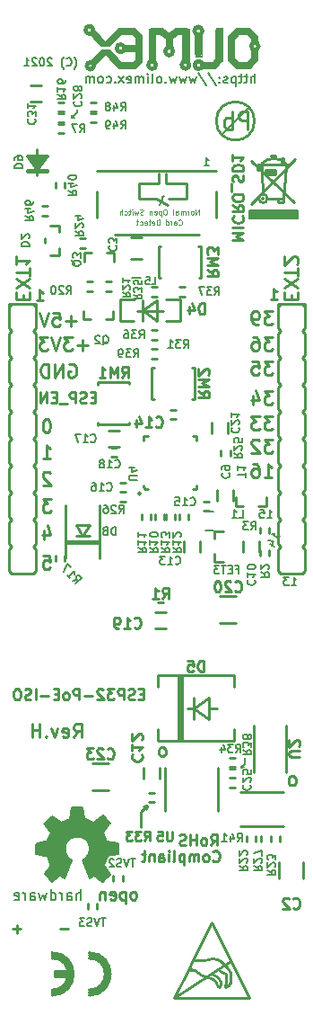
<source format=gbr>
G04 #@! TF.GenerationSoftware,KiCad,Pcbnew,5.1.6-c6e7f7d~87~ubuntu18.04.1*
G04 #@! TF.CreationDate,2021-11-08T15:35:58+02:00*
G04 #@! TF.ProjectId,ESP32-PoE-ISO_Rev_H,45535033-322d-4506-9f45-2d49534f5f52,H*
G04 #@! TF.SameCoordinates,Original*
G04 #@! TF.FileFunction,Legend,Bot*
G04 #@! TF.FilePolarity,Positive*
%FSLAX46Y46*%
G04 Gerber Fmt 4.6, Leading zero omitted, Abs format (unit mm)*
G04 Created by KiCad (PCBNEW 5.1.6-c6e7f7d~87~ubuntu18.04.1) date 2021-11-08 15:35:58*
%MOMM*%
%LPD*%
G01*
G04 APERTURE LIST*
%ADD10C,0.203200*%
%ADD11C,0.254000*%
%ADD12C,0.190500*%
%ADD13C,0.300000*%
%ADD14C,0.600000*%
%ADD15C,1.000000*%
%ADD16C,0.150000*%
%ADD17C,0.370000*%
%ADD18C,0.380000*%
%ADD19C,0.400000*%
%ADD20C,0.420000*%
%ADD21C,0.100000*%
%ADD22C,0.700000*%
%ADD23C,0.500000*%
%ADD24C,0.127000*%
%ADD25C,0.200000*%
%ADD26C,0.180000*%
%ADD27C,0.177800*%
%ADD28C,0.125000*%
%ADD29C,0.222250*%
G04 APERTURE END LIST*
D10*
X112141000Y-165608000D02*
X112395000Y-165544500D01*
X112204500Y-165354000D02*
X112141000Y-165608000D01*
X112458500Y-165290500D02*
X112141000Y-165608000D01*
X112458500Y-164655500D02*
X112458500Y-165290500D01*
D11*
X103251000Y-169164000D02*
X103124000Y-169545000D01*
X103251000Y-169164000D02*
X102870000Y-169291000D01*
X102616000Y-169799000D02*
X103251000Y-169164000D01*
X102616000Y-171196000D02*
X102616000Y-169799000D01*
D10*
X96139000Y-104394000D02*
X96393000Y-104394000D01*
X96139000Y-104394000D02*
X96139000Y-104140000D01*
X96647000Y-103886000D02*
X96647000Y-103632000D01*
X96139000Y-104394000D02*
X96647000Y-103886000D01*
D11*
X95764047Y-180793571D02*
X94989952Y-180793571D01*
X91319047Y-180793571D02*
X90544952Y-180793571D01*
X90932000Y-181180619D02*
X90932000Y-180406523D01*
X93423619Y-145608523D02*
X94028380Y-145608523D01*
X94088857Y-146213285D01*
X94028380Y-146152809D01*
X93907428Y-146092333D01*
X93605047Y-146092333D01*
X93484095Y-146152809D01*
X93423619Y-146213285D01*
X93363142Y-146334238D01*
X93363142Y-146636619D01*
X93423619Y-146757571D01*
X93484095Y-146818047D01*
X93605047Y-146878523D01*
X93907428Y-146878523D01*
X94028380Y-146818047D01*
X94088857Y-146757571D01*
X93484095Y-143237857D02*
X93484095Y-144084523D01*
X93786476Y-142754047D02*
X94088857Y-143661190D01*
X93302666Y-143661190D01*
X94149333Y-140274523D02*
X93363142Y-140274523D01*
X93786476Y-140758333D01*
X93605047Y-140758333D01*
X93484095Y-140818809D01*
X93423619Y-140879285D01*
X93363142Y-141000238D01*
X93363142Y-141302619D01*
X93423619Y-141423571D01*
X93484095Y-141484047D01*
X93605047Y-141544523D01*
X93967904Y-141544523D01*
X94088857Y-141484047D01*
X94149333Y-141423571D01*
X94088857Y-137855476D02*
X94028380Y-137795000D01*
X93907428Y-137734523D01*
X93605047Y-137734523D01*
X93484095Y-137795000D01*
X93423619Y-137855476D01*
X93363142Y-137976428D01*
X93363142Y-138097380D01*
X93423619Y-138278809D01*
X94149333Y-139004523D01*
X93363142Y-139004523D01*
X93363142Y-136464523D02*
X94088857Y-136464523D01*
X93726000Y-136464523D02*
X93726000Y-135194523D01*
X93846952Y-135375952D01*
X93967904Y-135496904D01*
X94088857Y-135557380D01*
X93786476Y-132781523D02*
X93665523Y-132781523D01*
X93544571Y-132842000D01*
X93484095Y-132902476D01*
X93423619Y-133023428D01*
X93363142Y-133265333D01*
X93363142Y-133567714D01*
X93423619Y-133809619D01*
X93484095Y-133930571D01*
X93544571Y-133991047D01*
X93665523Y-134051523D01*
X93786476Y-134051523D01*
X93907428Y-133991047D01*
X93967904Y-133930571D01*
X94028380Y-133809619D01*
X94088857Y-133567714D01*
X94088857Y-133265333D01*
X94028380Y-133023428D01*
X93967904Y-132902476D01*
X93907428Y-132842000D01*
X93786476Y-132781523D01*
X98346380Y-130737428D02*
X98007714Y-130737428D01*
X97862571Y-131269619D02*
X98346380Y-131269619D01*
X98346380Y-130253619D01*
X97862571Y-130253619D01*
X97475523Y-131221238D02*
X97330380Y-131269619D01*
X97088476Y-131269619D01*
X96991714Y-131221238D01*
X96943333Y-131172857D01*
X96894952Y-131076095D01*
X96894952Y-130979333D01*
X96943333Y-130882571D01*
X96991714Y-130834190D01*
X97088476Y-130785809D01*
X97282000Y-130737428D01*
X97378761Y-130689047D01*
X97427142Y-130640666D01*
X97475523Y-130543904D01*
X97475523Y-130447142D01*
X97427142Y-130350380D01*
X97378761Y-130302000D01*
X97282000Y-130253619D01*
X97040095Y-130253619D01*
X96894952Y-130302000D01*
X96459523Y-131269619D02*
X96459523Y-130253619D01*
X96072476Y-130253619D01*
X95975714Y-130302000D01*
X95927333Y-130350380D01*
X95878952Y-130447142D01*
X95878952Y-130592285D01*
X95927333Y-130689047D01*
X95975714Y-130737428D01*
X96072476Y-130785809D01*
X96459523Y-130785809D01*
X95685428Y-131366380D02*
X94911333Y-131366380D01*
X94669428Y-130737428D02*
X94330761Y-130737428D01*
X94185619Y-131269619D02*
X94669428Y-131269619D01*
X94669428Y-130253619D01*
X94185619Y-130253619D01*
X93750190Y-131269619D02*
X93750190Y-130253619D01*
X93169619Y-131269619D01*
X93169619Y-130253619D01*
X95836619Y-127635000D02*
X95957571Y-127574523D01*
X96139000Y-127574523D01*
X96320428Y-127635000D01*
X96441380Y-127755952D01*
X96501857Y-127876904D01*
X96562333Y-128118809D01*
X96562333Y-128300238D01*
X96501857Y-128542142D01*
X96441380Y-128663095D01*
X96320428Y-128784047D01*
X96139000Y-128844523D01*
X96018047Y-128844523D01*
X95836619Y-128784047D01*
X95776142Y-128723571D01*
X95776142Y-128300238D01*
X96018047Y-128300238D01*
X95231857Y-128844523D02*
X95231857Y-127574523D01*
X94506142Y-128844523D01*
X94506142Y-127574523D01*
X93901380Y-128844523D02*
X93901380Y-127574523D01*
X93599000Y-127574523D01*
X93417571Y-127635000D01*
X93296619Y-127755952D01*
X93236142Y-127876904D01*
X93175666Y-128118809D01*
X93175666Y-128300238D01*
X93236142Y-128542142D01*
X93296619Y-128663095D01*
X93417571Y-128784047D01*
X93599000Y-128844523D01*
X93901380Y-128844523D01*
X97614619Y-125820714D02*
X96647000Y-125820714D01*
X97130809Y-126304523D02*
X97130809Y-125336904D01*
X96163190Y-125034523D02*
X95377000Y-125034523D01*
X95800333Y-125518333D01*
X95618904Y-125518333D01*
X95497952Y-125578809D01*
X95437476Y-125639285D01*
X95377000Y-125760238D01*
X95377000Y-126062619D01*
X95437476Y-126183571D01*
X95497952Y-126244047D01*
X95618904Y-126304523D01*
X95981761Y-126304523D01*
X96102714Y-126244047D01*
X96163190Y-126183571D01*
X95014142Y-125034523D02*
X94590809Y-126304523D01*
X94167476Y-125034523D01*
X93865095Y-125034523D02*
X93078904Y-125034523D01*
X93502238Y-125518333D01*
X93320809Y-125518333D01*
X93199857Y-125578809D01*
X93139380Y-125639285D01*
X93078904Y-125760238D01*
X93078904Y-126062619D01*
X93139380Y-126183571D01*
X93199857Y-126244047D01*
X93320809Y-126304523D01*
X93683666Y-126304523D01*
X93804619Y-126244047D01*
X93865095Y-126183571D01*
X96501857Y-123534714D02*
X95534238Y-123534714D01*
X96018047Y-124018523D02*
X96018047Y-123050904D01*
X94324714Y-122748523D02*
X94929476Y-122748523D01*
X94989952Y-123353285D01*
X94929476Y-123292809D01*
X94808523Y-123232333D01*
X94506142Y-123232333D01*
X94385190Y-123292809D01*
X94324714Y-123353285D01*
X94264238Y-123474238D01*
X94264238Y-123776619D01*
X94324714Y-123897571D01*
X94385190Y-123958047D01*
X94506142Y-124018523D01*
X94808523Y-124018523D01*
X94929476Y-123958047D01*
X94989952Y-123897571D01*
X93901380Y-122748523D02*
X93478047Y-124018523D01*
X93054714Y-122748523D01*
D12*
X116858142Y-148426714D02*
X117293571Y-148426714D01*
X117075857Y-148426714D02*
X117075857Y-147664714D01*
X117148428Y-147773571D01*
X117221000Y-147846142D01*
X117293571Y-147882428D01*
X116604142Y-147664714D02*
X116132428Y-147664714D01*
X116386428Y-147955000D01*
X116277571Y-147955000D01*
X116205000Y-147991285D01*
X116168714Y-148027571D01*
X116132428Y-148100142D01*
X116132428Y-148281571D01*
X116168714Y-148354142D01*
X116205000Y-148390428D01*
X116277571Y-148426714D01*
X116495285Y-148426714D01*
X116567857Y-148390428D01*
X116604142Y-148354142D01*
X115560102Y-144191659D02*
X115777817Y-143814567D01*
X115668959Y-144003113D02*
X115009048Y-143622113D01*
X115139607Y-143613693D01*
X115238741Y-143587130D01*
X115306451Y-143542424D01*
X114793590Y-144503298D02*
X115233531Y-144757298D01*
X114632909Y-144201033D02*
X115194989Y-144316054D01*
X114959132Y-144724571D01*
X114572142Y-142076714D02*
X115007571Y-142076714D01*
X114789857Y-142076714D02*
X114789857Y-141314714D01*
X114862428Y-141423571D01*
X114935000Y-141496142D01*
X115007571Y-141532428D01*
X113882714Y-141314714D02*
X114245571Y-141314714D01*
X114281857Y-141677571D01*
X114245571Y-141641285D01*
X114173000Y-141605000D01*
X113991571Y-141605000D01*
X113919000Y-141641285D01*
X113882714Y-141677571D01*
X113846428Y-141750142D01*
X113846428Y-141931571D01*
X113882714Y-142004142D01*
X113919000Y-142040428D01*
X113991571Y-142076714D01*
X114173000Y-142076714D01*
X114245571Y-142040428D01*
X114281857Y-142004142D01*
D11*
X114287904Y-138242523D02*
X115013619Y-138242523D01*
X114650761Y-138242523D02*
X114650761Y-136972523D01*
X114771714Y-137153952D01*
X114892666Y-137274904D01*
X115013619Y-137335380D01*
X113199333Y-136972523D02*
X113441238Y-136972523D01*
X113562190Y-137033000D01*
X113622666Y-137093476D01*
X113743619Y-137274904D01*
X113804095Y-137516809D01*
X113804095Y-138000619D01*
X113743619Y-138121571D01*
X113683142Y-138182047D01*
X113562190Y-138242523D01*
X113320285Y-138242523D01*
X113199333Y-138182047D01*
X113138857Y-138121571D01*
X113078380Y-138000619D01*
X113078380Y-137698238D01*
X113138857Y-137577285D01*
X113199333Y-137516809D01*
X113320285Y-137456333D01*
X113562190Y-137456333D01*
X113683142Y-137516809D01*
X113743619Y-137577285D01*
X113804095Y-137698238D01*
X115074095Y-134686523D02*
X114287904Y-134686523D01*
X114711238Y-135170333D01*
X114529809Y-135170333D01*
X114408857Y-135230809D01*
X114348380Y-135291285D01*
X114287904Y-135412238D01*
X114287904Y-135714619D01*
X114348380Y-135835571D01*
X114408857Y-135896047D01*
X114529809Y-135956523D01*
X114892666Y-135956523D01*
X115013619Y-135896047D01*
X115074095Y-135835571D01*
X113804095Y-134807476D02*
X113743619Y-134747000D01*
X113622666Y-134686523D01*
X113320285Y-134686523D01*
X113199333Y-134747000D01*
X113138857Y-134807476D01*
X113078380Y-134928428D01*
X113078380Y-135049380D01*
X113138857Y-135230809D01*
X113864571Y-135956523D01*
X113078380Y-135956523D01*
X115074095Y-132527523D02*
X114287904Y-132527523D01*
X114711238Y-133011333D01*
X114529809Y-133011333D01*
X114408857Y-133071809D01*
X114348380Y-133132285D01*
X114287904Y-133253238D01*
X114287904Y-133555619D01*
X114348380Y-133676571D01*
X114408857Y-133737047D01*
X114529809Y-133797523D01*
X114892666Y-133797523D01*
X115013619Y-133737047D01*
X115074095Y-133676571D01*
X113864571Y-132527523D02*
X113078380Y-132527523D01*
X113501714Y-133011333D01*
X113320285Y-133011333D01*
X113199333Y-133071809D01*
X113138857Y-133132285D01*
X113078380Y-133253238D01*
X113078380Y-133555619D01*
X113138857Y-133676571D01*
X113199333Y-133737047D01*
X113320285Y-133797523D01*
X113683142Y-133797523D01*
X113804095Y-133737047D01*
X113864571Y-133676571D01*
X115074095Y-130114523D02*
X114287904Y-130114523D01*
X114711238Y-130598333D01*
X114529809Y-130598333D01*
X114408857Y-130658809D01*
X114348380Y-130719285D01*
X114287904Y-130840238D01*
X114287904Y-131142619D01*
X114348380Y-131263571D01*
X114408857Y-131324047D01*
X114529809Y-131384523D01*
X114892666Y-131384523D01*
X115013619Y-131324047D01*
X115074095Y-131263571D01*
X113199333Y-130537857D02*
X113199333Y-131384523D01*
X113501714Y-130054047D02*
X113804095Y-130961190D01*
X113017904Y-130961190D01*
X115074095Y-127320523D02*
X114287904Y-127320523D01*
X114711238Y-127804333D01*
X114529809Y-127804333D01*
X114408857Y-127864809D01*
X114348380Y-127925285D01*
X114287904Y-128046238D01*
X114287904Y-128348619D01*
X114348380Y-128469571D01*
X114408857Y-128530047D01*
X114529809Y-128590523D01*
X114892666Y-128590523D01*
X115013619Y-128530047D01*
X115074095Y-128469571D01*
X113138857Y-127320523D02*
X113743619Y-127320523D01*
X113804095Y-127925285D01*
X113743619Y-127864809D01*
X113622666Y-127804333D01*
X113320285Y-127804333D01*
X113199333Y-127864809D01*
X113138857Y-127925285D01*
X113078380Y-128046238D01*
X113078380Y-128348619D01*
X113138857Y-128469571D01*
X113199333Y-128530047D01*
X113320285Y-128590523D01*
X113622666Y-128590523D01*
X113743619Y-128530047D01*
X113804095Y-128469571D01*
X115074095Y-125034523D02*
X114287904Y-125034523D01*
X114711238Y-125518333D01*
X114529809Y-125518333D01*
X114408857Y-125578809D01*
X114348380Y-125639285D01*
X114287904Y-125760238D01*
X114287904Y-126062619D01*
X114348380Y-126183571D01*
X114408857Y-126244047D01*
X114529809Y-126304523D01*
X114892666Y-126304523D01*
X115013619Y-126244047D01*
X115074095Y-126183571D01*
X113199333Y-125034523D02*
X113441238Y-125034523D01*
X113562190Y-125095000D01*
X113622666Y-125155476D01*
X113743619Y-125336904D01*
X113804095Y-125578809D01*
X113804095Y-126062619D01*
X113743619Y-126183571D01*
X113683142Y-126244047D01*
X113562190Y-126304523D01*
X113320285Y-126304523D01*
X113199333Y-126244047D01*
X113138857Y-126183571D01*
X113078380Y-126062619D01*
X113078380Y-125760238D01*
X113138857Y-125639285D01*
X113199333Y-125578809D01*
X113320285Y-125518333D01*
X113562190Y-125518333D01*
X113683142Y-125578809D01*
X113743619Y-125639285D01*
X113804095Y-125760238D01*
X115074095Y-122621523D02*
X114287904Y-122621523D01*
X114711238Y-123105333D01*
X114529809Y-123105333D01*
X114408857Y-123165809D01*
X114348380Y-123226285D01*
X114287904Y-123347238D01*
X114287904Y-123649619D01*
X114348380Y-123770571D01*
X114408857Y-123831047D01*
X114529809Y-123891523D01*
X114892666Y-123891523D01*
X115013619Y-123831047D01*
X115074095Y-123770571D01*
X113683142Y-123891523D02*
X113441238Y-123891523D01*
X113320285Y-123831047D01*
X113259809Y-123770571D01*
X113138857Y-123589142D01*
X113078380Y-123347238D01*
X113078380Y-122863428D01*
X113138857Y-122742476D01*
X113199333Y-122682000D01*
X113320285Y-122621523D01*
X113562190Y-122621523D01*
X113683142Y-122682000D01*
X113743619Y-122742476D01*
X113804095Y-122863428D01*
X113804095Y-123165809D01*
X113743619Y-123286761D01*
X113683142Y-123347238D01*
X113562190Y-123407714D01*
X113320285Y-123407714D01*
X113199333Y-123347238D01*
X113138857Y-123286761D01*
X113078380Y-123165809D01*
D12*
X108621285Y-108929714D02*
X109056714Y-108929714D01*
X108839000Y-108929714D02*
X108839000Y-108167714D01*
X108911571Y-108276571D01*
X108984142Y-108349142D01*
X109056714Y-108385428D01*
D11*
X109425619Y-174352857D02*
X109474000Y-174401238D01*
X109619142Y-174449619D01*
X109715904Y-174449619D01*
X109861047Y-174401238D01*
X109957809Y-174304476D01*
X110006190Y-174207714D01*
X110054571Y-174014190D01*
X110054571Y-173869047D01*
X110006190Y-173675523D01*
X109957809Y-173578761D01*
X109861047Y-173482000D01*
X109715904Y-173433619D01*
X109619142Y-173433619D01*
X109474000Y-173482000D01*
X109425619Y-173530380D01*
X108845047Y-174449619D02*
X108941809Y-174401238D01*
X108990190Y-174352857D01*
X109038571Y-174256095D01*
X109038571Y-173965809D01*
X108990190Y-173869047D01*
X108941809Y-173820666D01*
X108845047Y-173772285D01*
X108699904Y-173772285D01*
X108603142Y-173820666D01*
X108554761Y-173869047D01*
X108506380Y-173965809D01*
X108506380Y-174256095D01*
X108554761Y-174352857D01*
X108603142Y-174401238D01*
X108699904Y-174449619D01*
X108845047Y-174449619D01*
X108070952Y-174449619D02*
X108070952Y-173772285D01*
X108070952Y-173869047D02*
X108022571Y-173820666D01*
X107925809Y-173772285D01*
X107780666Y-173772285D01*
X107683904Y-173820666D01*
X107635523Y-173917428D01*
X107635523Y-174449619D01*
X107635523Y-173917428D02*
X107587142Y-173820666D01*
X107490380Y-173772285D01*
X107345238Y-173772285D01*
X107248476Y-173820666D01*
X107200095Y-173917428D01*
X107200095Y-174449619D01*
X106716285Y-173772285D02*
X106716285Y-174788285D01*
X106716285Y-173820666D02*
X106619523Y-173772285D01*
X106426000Y-173772285D01*
X106329238Y-173820666D01*
X106280857Y-173869047D01*
X106232476Y-173965809D01*
X106232476Y-174256095D01*
X106280857Y-174352857D01*
X106329238Y-174401238D01*
X106426000Y-174449619D01*
X106619523Y-174449619D01*
X106716285Y-174401238D01*
X105651904Y-174449619D02*
X105748666Y-174401238D01*
X105797047Y-174304476D01*
X105797047Y-173433619D01*
X105264857Y-174449619D02*
X105264857Y-173772285D01*
X105264857Y-173433619D02*
X105313238Y-173482000D01*
X105264857Y-173530380D01*
X105216476Y-173482000D01*
X105264857Y-173433619D01*
X105264857Y-173530380D01*
X104345619Y-174449619D02*
X104345619Y-173917428D01*
X104394000Y-173820666D01*
X104490761Y-173772285D01*
X104684285Y-173772285D01*
X104781047Y-173820666D01*
X104345619Y-174401238D02*
X104442380Y-174449619D01*
X104684285Y-174449619D01*
X104781047Y-174401238D01*
X104829428Y-174304476D01*
X104829428Y-174207714D01*
X104781047Y-174110952D01*
X104684285Y-174062571D01*
X104442380Y-174062571D01*
X104345619Y-174014190D01*
X103861809Y-173772285D02*
X103861809Y-174449619D01*
X103861809Y-173869047D02*
X103813428Y-173820666D01*
X103716666Y-173772285D01*
X103571523Y-173772285D01*
X103474761Y-173820666D01*
X103426380Y-173917428D01*
X103426380Y-174449619D01*
X103087714Y-173772285D02*
X102700666Y-173772285D01*
X102942571Y-173433619D02*
X102942571Y-174304476D01*
X102894190Y-174401238D01*
X102797428Y-174449619D01*
X102700666Y-174449619D01*
X109238142Y-172925619D02*
X109576809Y-172441809D01*
X109818714Y-172925619D02*
X109818714Y-171909619D01*
X109431666Y-171909619D01*
X109334904Y-171958000D01*
X109286523Y-172006380D01*
X109238142Y-172103142D01*
X109238142Y-172248285D01*
X109286523Y-172345047D01*
X109334904Y-172393428D01*
X109431666Y-172441809D01*
X109818714Y-172441809D01*
X108657571Y-172925619D02*
X108754333Y-172877238D01*
X108802714Y-172828857D01*
X108851095Y-172732095D01*
X108851095Y-172441809D01*
X108802714Y-172345047D01*
X108754333Y-172296666D01*
X108657571Y-172248285D01*
X108512428Y-172248285D01*
X108415666Y-172296666D01*
X108367285Y-172345047D01*
X108318904Y-172441809D01*
X108318904Y-172732095D01*
X108367285Y-172828857D01*
X108415666Y-172877238D01*
X108512428Y-172925619D01*
X108657571Y-172925619D01*
X107883476Y-172925619D02*
X107883476Y-171909619D01*
X107883476Y-172393428D02*
X107302904Y-172393428D01*
X107302904Y-172925619D02*
X107302904Y-171909619D01*
X106867476Y-172877238D02*
X106722333Y-172925619D01*
X106480428Y-172925619D01*
X106383666Y-172877238D01*
X106335285Y-172828857D01*
X106286904Y-172732095D01*
X106286904Y-172635333D01*
X106335285Y-172538571D01*
X106383666Y-172490190D01*
X106480428Y-172441809D01*
X106673952Y-172393428D01*
X106770714Y-172345047D01*
X106819095Y-172296666D01*
X106867476Y-172199904D01*
X106867476Y-172103142D01*
X106819095Y-172006380D01*
X106770714Y-171958000D01*
X106673952Y-171909619D01*
X106432047Y-171909619D01*
X106286904Y-171958000D01*
X114898714Y-121490619D02*
X115479285Y-121490619D01*
X115189000Y-121490619D02*
X115189000Y-120474619D01*
X115285761Y-120619761D01*
X115382523Y-120716523D01*
X115479285Y-120764904D01*
X92800714Y-121617619D02*
X93381285Y-121617619D01*
X93091000Y-121617619D02*
X93091000Y-120601619D01*
X93187761Y-120746761D01*
X93284523Y-120843523D01*
X93381285Y-120891904D01*
X102894190Y-158677428D02*
X102555523Y-158677428D01*
X102410380Y-159209619D02*
X102894190Y-159209619D01*
X102894190Y-158193619D01*
X102410380Y-158193619D01*
X102023333Y-159161238D02*
X101878190Y-159209619D01*
X101636285Y-159209619D01*
X101539523Y-159161238D01*
X101491142Y-159112857D01*
X101442761Y-159016095D01*
X101442761Y-158919333D01*
X101491142Y-158822571D01*
X101539523Y-158774190D01*
X101636285Y-158725809D01*
X101829809Y-158677428D01*
X101926571Y-158629047D01*
X101974952Y-158580666D01*
X102023333Y-158483904D01*
X102023333Y-158387142D01*
X101974952Y-158290380D01*
X101926571Y-158242000D01*
X101829809Y-158193619D01*
X101587904Y-158193619D01*
X101442761Y-158242000D01*
X101007333Y-159209619D02*
X101007333Y-158193619D01*
X100620285Y-158193619D01*
X100523523Y-158242000D01*
X100475142Y-158290380D01*
X100426761Y-158387142D01*
X100426761Y-158532285D01*
X100475142Y-158629047D01*
X100523523Y-158677428D01*
X100620285Y-158725809D01*
X101007333Y-158725809D01*
X100088095Y-158193619D02*
X99459142Y-158193619D01*
X99797809Y-158580666D01*
X99652666Y-158580666D01*
X99555904Y-158629047D01*
X99507523Y-158677428D01*
X99459142Y-158774190D01*
X99459142Y-159016095D01*
X99507523Y-159112857D01*
X99555904Y-159161238D01*
X99652666Y-159209619D01*
X99942952Y-159209619D01*
X100039714Y-159161238D01*
X100088095Y-159112857D01*
X99072095Y-158290380D02*
X99023714Y-158242000D01*
X98926952Y-158193619D01*
X98685047Y-158193619D01*
X98588285Y-158242000D01*
X98539904Y-158290380D01*
X98491523Y-158387142D01*
X98491523Y-158483904D01*
X98539904Y-158629047D01*
X99120476Y-159209619D01*
X98491523Y-159209619D01*
X98056095Y-158822571D02*
X97282000Y-158822571D01*
X96798190Y-159209619D02*
X96798190Y-158193619D01*
X96411142Y-158193619D01*
X96314380Y-158242000D01*
X96266000Y-158290380D01*
X96217619Y-158387142D01*
X96217619Y-158532285D01*
X96266000Y-158629047D01*
X96314380Y-158677428D01*
X96411142Y-158725809D01*
X96798190Y-158725809D01*
X95637047Y-159209619D02*
X95733809Y-159161238D01*
X95782190Y-159112857D01*
X95830571Y-159016095D01*
X95830571Y-158725809D01*
X95782190Y-158629047D01*
X95733809Y-158580666D01*
X95637047Y-158532285D01*
X95491904Y-158532285D01*
X95395142Y-158580666D01*
X95346761Y-158629047D01*
X95298380Y-158725809D01*
X95298380Y-159016095D01*
X95346761Y-159112857D01*
X95395142Y-159161238D01*
X95491904Y-159209619D01*
X95637047Y-159209619D01*
X94862952Y-158677428D02*
X94524285Y-158677428D01*
X94379142Y-159209619D02*
X94862952Y-159209619D01*
X94862952Y-158193619D01*
X94379142Y-158193619D01*
X93943714Y-158822571D02*
X93169619Y-158822571D01*
X92685809Y-159209619D02*
X92685809Y-158193619D01*
X92250380Y-159161238D02*
X92105238Y-159209619D01*
X91863333Y-159209619D01*
X91766571Y-159161238D01*
X91718190Y-159112857D01*
X91669809Y-159016095D01*
X91669809Y-158919333D01*
X91718190Y-158822571D01*
X91766571Y-158774190D01*
X91863333Y-158725809D01*
X92056857Y-158677428D01*
X92153619Y-158629047D01*
X92202000Y-158580666D01*
X92250380Y-158483904D01*
X92250380Y-158387142D01*
X92202000Y-158290380D01*
X92153619Y-158242000D01*
X92056857Y-158193619D01*
X91814952Y-158193619D01*
X91669809Y-158242000D01*
X91040857Y-158193619D02*
X90847333Y-158193619D01*
X90750571Y-158242000D01*
X90653809Y-158338761D01*
X90605428Y-158532285D01*
X90605428Y-158870952D01*
X90653809Y-159064476D01*
X90750571Y-159161238D01*
X90847333Y-159209619D01*
X91040857Y-159209619D01*
X91137619Y-159161238D01*
X91234380Y-159064476D01*
X91282761Y-158870952D01*
X91282761Y-158532285D01*
X91234380Y-158338761D01*
X91137619Y-158242000D01*
X91040857Y-158193619D01*
X96281119Y-162753523D02*
X96704452Y-162148761D01*
X97006833Y-162753523D02*
X97006833Y-161483523D01*
X96523023Y-161483523D01*
X96402071Y-161544000D01*
X96341595Y-161604476D01*
X96281119Y-161725428D01*
X96281119Y-161906857D01*
X96341595Y-162027809D01*
X96402071Y-162088285D01*
X96523023Y-162148761D01*
X97006833Y-162148761D01*
X95253023Y-162693047D02*
X95373976Y-162753523D01*
X95615880Y-162753523D01*
X95736833Y-162693047D01*
X95797309Y-162572095D01*
X95797309Y-162088285D01*
X95736833Y-161967333D01*
X95615880Y-161906857D01*
X95373976Y-161906857D01*
X95253023Y-161967333D01*
X95192547Y-162088285D01*
X95192547Y-162209238D01*
X95797309Y-162330190D01*
X94769214Y-161906857D02*
X94466833Y-162753523D01*
X94164452Y-161906857D01*
X93680642Y-162632571D02*
X93620166Y-162693047D01*
X93680642Y-162753523D01*
X93741119Y-162693047D01*
X93680642Y-162632571D01*
X93680642Y-162753523D01*
X93075880Y-162753523D02*
X93075880Y-161483523D01*
X93075880Y-162088285D02*
X92350166Y-162088285D01*
X92350166Y-162753523D02*
X92350166Y-161483523D01*
D12*
X96338571Y-99822000D02*
X96374857Y-99785714D01*
X96447428Y-99676857D01*
X96483714Y-99604285D01*
X96520000Y-99495428D01*
X96556285Y-99314000D01*
X96556285Y-99168857D01*
X96520000Y-98987428D01*
X96483714Y-98878571D01*
X96447428Y-98806000D01*
X96374857Y-98697142D01*
X96338571Y-98660857D01*
X95612857Y-99459142D02*
X95649142Y-99495428D01*
X95758000Y-99531714D01*
X95830571Y-99531714D01*
X95939428Y-99495428D01*
X96012000Y-99422857D01*
X96048285Y-99350285D01*
X96084571Y-99205142D01*
X96084571Y-99096285D01*
X96048285Y-98951142D01*
X96012000Y-98878571D01*
X95939428Y-98806000D01*
X95830571Y-98769714D01*
X95758000Y-98769714D01*
X95649142Y-98806000D01*
X95612857Y-98842285D01*
X95358857Y-99822000D02*
X95322571Y-99785714D01*
X95250000Y-99676857D01*
X95213714Y-99604285D01*
X95177428Y-99495428D01*
X95141142Y-99314000D01*
X95141142Y-99168857D01*
X95177428Y-98987428D01*
X95213714Y-98878571D01*
X95250000Y-98806000D01*
X95322571Y-98697142D01*
X95358857Y-98660857D01*
X94234000Y-98842285D02*
X94197714Y-98806000D01*
X94125142Y-98769714D01*
X93943714Y-98769714D01*
X93871142Y-98806000D01*
X93834857Y-98842285D01*
X93798571Y-98914857D01*
X93798571Y-98987428D01*
X93834857Y-99096285D01*
X94270285Y-99531714D01*
X93798571Y-99531714D01*
X93326857Y-98769714D02*
X93254285Y-98769714D01*
X93181714Y-98806000D01*
X93145428Y-98842285D01*
X93109142Y-98914857D01*
X93072857Y-99060000D01*
X93072857Y-99241428D01*
X93109142Y-99386571D01*
X93145428Y-99459142D01*
X93181714Y-99495428D01*
X93254285Y-99531714D01*
X93326857Y-99531714D01*
X93399428Y-99495428D01*
X93435714Y-99459142D01*
X93472000Y-99386571D01*
X93508285Y-99241428D01*
X93508285Y-99060000D01*
X93472000Y-98914857D01*
X93435714Y-98842285D01*
X93399428Y-98806000D01*
X93326857Y-98769714D01*
X92782571Y-98842285D02*
X92746285Y-98806000D01*
X92673714Y-98769714D01*
X92492285Y-98769714D01*
X92419714Y-98806000D01*
X92383428Y-98842285D01*
X92347142Y-98914857D01*
X92347142Y-98987428D01*
X92383428Y-99096285D01*
X92818857Y-99531714D01*
X92347142Y-99531714D01*
X91621428Y-99531714D02*
X92056857Y-99531714D01*
X91839142Y-99531714D02*
X91839142Y-98769714D01*
X91911714Y-98878571D01*
X91984285Y-98951142D01*
X92056857Y-98987428D01*
X113389833Y-101113166D02*
X113389833Y-100224166D01*
X113008833Y-101113166D02*
X113008833Y-100647500D01*
X113051166Y-100562833D01*
X113135833Y-100520500D01*
X113262833Y-100520500D01*
X113347500Y-100562833D01*
X113389833Y-100605166D01*
X112712500Y-100520500D02*
X112373833Y-100520500D01*
X112585500Y-100224166D02*
X112585500Y-100986166D01*
X112543166Y-101070833D01*
X112458500Y-101113166D01*
X112373833Y-101113166D01*
X112204500Y-100520500D02*
X111865833Y-100520500D01*
X112077500Y-100224166D02*
X112077500Y-100986166D01*
X112035166Y-101070833D01*
X111950500Y-101113166D01*
X111865833Y-101113166D01*
X111569500Y-100520500D02*
X111569500Y-101409500D01*
X111569500Y-100562833D02*
X111484833Y-100520500D01*
X111315500Y-100520500D01*
X111230833Y-100562833D01*
X111188500Y-100605166D01*
X111146166Y-100689833D01*
X111146166Y-100943833D01*
X111188500Y-101028500D01*
X111230833Y-101070833D01*
X111315500Y-101113166D01*
X111484833Y-101113166D01*
X111569500Y-101070833D01*
X110807500Y-101070833D02*
X110722833Y-101113166D01*
X110553500Y-101113166D01*
X110468833Y-101070833D01*
X110426500Y-100986166D01*
X110426500Y-100943833D01*
X110468833Y-100859166D01*
X110553500Y-100816833D01*
X110680500Y-100816833D01*
X110765166Y-100774500D01*
X110807500Y-100689833D01*
X110807500Y-100647500D01*
X110765166Y-100562833D01*
X110680500Y-100520500D01*
X110553500Y-100520500D01*
X110468833Y-100562833D01*
X110045500Y-101028500D02*
X110003166Y-101070833D01*
X110045500Y-101113166D01*
X110087833Y-101070833D01*
X110045500Y-101028500D01*
X110045500Y-101113166D01*
X110045500Y-100562833D02*
X110003166Y-100605166D01*
X110045500Y-100647500D01*
X110087833Y-100605166D01*
X110045500Y-100562833D01*
X110045500Y-100647500D01*
X108987166Y-100181833D02*
X109749166Y-101324833D01*
X108055833Y-100181833D02*
X108817833Y-101324833D01*
X107844166Y-100520500D02*
X107674833Y-101113166D01*
X107505500Y-100689833D01*
X107336166Y-101113166D01*
X107166833Y-100520500D01*
X106912833Y-100520500D02*
X106743500Y-101113166D01*
X106574166Y-100689833D01*
X106404833Y-101113166D01*
X106235500Y-100520500D01*
X105981500Y-100520500D02*
X105812166Y-101113166D01*
X105642833Y-100689833D01*
X105473500Y-101113166D01*
X105304166Y-100520500D01*
X104965500Y-101028500D02*
X104923166Y-101070833D01*
X104965500Y-101113166D01*
X105007833Y-101070833D01*
X104965500Y-101028500D01*
X104965500Y-101113166D01*
X104415166Y-101113166D02*
X104499833Y-101070833D01*
X104542166Y-101028500D01*
X104584500Y-100943833D01*
X104584500Y-100689833D01*
X104542166Y-100605166D01*
X104499833Y-100562833D01*
X104415166Y-100520500D01*
X104288166Y-100520500D01*
X104203500Y-100562833D01*
X104161166Y-100605166D01*
X104118833Y-100689833D01*
X104118833Y-100943833D01*
X104161166Y-101028500D01*
X104203500Y-101070833D01*
X104288166Y-101113166D01*
X104415166Y-101113166D01*
X103610833Y-101113166D02*
X103695500Y-101070833D01*
X103737833Y-100986166D01*
X103737833Y-100224166D01*
X103272166Y-101113166D02*
X103272166Y-100520500D01*
X103272166Y-100224166D02*
X103314500Y-100266500D01*
X103272166Y-100308833D01*
X103229833Y-100266500D01*
X103272166Y-100224166D01*
X103272166Y-100308833D01*
X102848833Y-101113166D02*
X102848833Y-100520500D01*
X102848833Y-100605166D02*
X102806500Y-100562833D01*
X102721833Y-100520500D01*
X102594833Y-100520500D01*
X102510166Y-100562833D01*
X102467833Y-100647500D01*
X102467833Y-101113166D01*
X102467833Y-100647500D02*
X102425500Y-100562833D01*
X102340833Y-100520500D01*
X102213833Y-100520500D01*
X102129166Y-100562833D01*
X102086833Y-100647500D01*
X102086833Y-101113166D01*
X101324833Y-101070833D02*
X101409500Y-101113166D01*
X101578833Y-101113166D01*
X101663500Y-101070833D01*
X101705833Y-100986166D01*
X101705833Y-100647500D01*
X101663500Y-100562833D01*
X101578833Y-100520500D01*
X101409500Y-100520500D01*
X101324833Y-100562833D01*
X101282500Y-100647500D01*
X101282500Y-100732166D01*
X101705833Y-100816833D01*
X100986166Y-101113166D02*
X100520500Y-100520500D01*
X100986166Y-100520500D02*
X100520500Y-101113166D01*
X100181833Y-101028500D02*
X100139500Y-101070833D01*
X100181833Y-101113166D01*
X100224166Y-101070833D01*
X100181833Y-101028500D01*
X100181833Y-101113166D01*
X99377500Y-101070833D02*
X99462166Y-101113166D01*
X99631500Y-101113166D01*
X99716166Y-101070833D01*
X99758500Y-101028500D01*
X99800833Y-100943833D01*
X99800833Y-100689833D01*
X99758500Y-100605166D01*
X99716166Y-100562833D01*
X99631500Y-100520500D01*
X99462166Y-100520500D01*
X99377500Y-100562833D01*
X98869500Y-101113166D02*
X98954166Y-101070833D01*
X98996500Y-101028500D01*
X99038833Y-100943833D01*
X99038833Y-100689833D01*
X98996500Y-100605166D01*
X98954166Y-100562833D01*
X98869500Y-100520500D01*
X98742500Y-100520500D01*
X98657833Y-100562833D01*
X98615500Y-100605166D01*
X98573166Y-100689833D01*
X98573166Y-100943833D01*
X98615500Y-101028500D01*
X98657833Y-101070833D01*
X98742500Y-101113166D01*
X98869500Y-101113166D01*
X98192166Y-101113166D02*
X98192166Y-100520500D01*
X98192166Y-100605166D02*
X98149833Y-100562833D01*
X98065166Y-100520500D01*
X97938166Y-100520500D01*
X97853500Y-100562833D01*
X97811166Y-100647500D01*
X97811166Y-101113166D01*
X97811166Y-100647500D02*
X97768833Y-100562833D01*
X97684166Y-100520500D01*
X97557166Y-100520500D01*
X97472500Y-100562833D01*
X97430166Y-100647500D01*
X97430166Y-101113166D01*
D11*
X97762000Y-183039000D02*
X97762000Y-183539000D01*
X97762000Y-186539000D02*
X97762000Y-187039000D01*
X94262000Y-186539000D02*
X94262000Y-187039000D01*
X94262000Y-183039000D02*
X94262000Y-183539000D01*
X95762000Y-184789000D02*
X94512000Y-184789000D01*
X94512000Y-184789000D02*
X94512000Y-185289000D01*
X94512000Y-185289000D02*
X95762000Y-185289000D01*
X94512000Y-185039000D02*
X95762000Y-185039000D01*
X97762000Y-186539000D02*
G75*
G03*
X97762000Y-183539000I0J1500000D01*
G01*
X97762000Y-187039000D02*
G75*
G03*
X97762000Y-183039000I0J2000000D01*
G01*
D13*
X97811980Y-186789000D02*
G75*
G03*
X97812000Y-183289000I-49980J1750000D01*
G01*
D11*
X94262000Y-186539000D02*
G75*
G03*
X94262000Y-183539000I0J1500000D01*
G01*
D13*
X94311980Y-186789000D02*
G75*
G03*
X94312000Y-183289000I-49980J1750000D01*
G01*
D11*
X94262000Y-187039000D02*
G75*
G03*
X94262000Y-183039000I0J2000000D01*
G01*
X93218000Y-101346000D02*
X92202000Y-101346000D01*
X93218000Y-102870000D02*
X92202000Y-102870000D01*
X98171000Y-102933500D02*
X98425000Y-102933500D01*
X98171000Y-102933500D02*
X97917000Y-102933500D01*
X98171000Y-103822500D02*
X97917000Y-103822500D01*
X98171000Y-103822500D02*
X98425000Y-103822500D01*
X99568000Y-165227000D02*
X98044000Y-165227000D01*
X99568000Y-167767000D02*
X98044000Y-167767000D01*
X111633000Y-149479000D02*
X110109000Y-149479000D01*
X111633000Y-152019000D02*
X110109000Y-152019000D01*
D14*
X106323000Y-162920000D02*
X106323000Y-157120000D01*
D11*
X104223000Y-163120000D02*
X111423000Y-163120000D01*
X111423000Y-156920000D02*
X104223000Y-156920000D01*
X109023000Y-159020000D02*
X109023000Y-161020000D01*
X109023000Y-161020000D02*
X107623000Y-160020000D01*
X109023000Y-159020000D02*
X107623000Y-160020000D01*
X107623000Y-159020000D02*
X107623000Y-161020000D01*
X104223000Y-163120000D02*
X104223000Y-162020000D01*
X104223000Y-156920000D02*
X104223000Y-158020000D01*
X111423000Y-163120000D02*
X111423000Y-162020000D01*
X111423000Y-156920000D02*
X111423000Y-158020000D01*
X107623000Y-160020000D02*
X107023000Y-160020000D01*
X109023000Y-160020000D02*
X109823000Y-160020000D01*
X95440500Y-145923000D02*
X95440500Y-146177000D01*
X95440500Y-145923000D02*
X95440500Y-145669000D01*
X94551500Y-145923000D02*
X94551500Y-145669000D01*
X94551500Y-145923000D02*
X94551500Y-146177000D01*
X109347000Y-180213000D02*
X112903000Y-187325000D01*
X112903000Y-187325000D02*
X105791000Y-187325000D01*
X105791000Y-187325000D02*
X107124500Y-184658000D01*
X107124500Y-184658000D02*
X107569000Y-183769000D01*
X107569000Y-183769000D02*
X109347000Y-180213000D01*
X111125000Y-183832500D02*
X105791000Y-187325000D01*
X108750100Y-183769000D02*
X107569000Y-183769000D01*
X107124500Y-184658000D02*
X107442000Y-184658000D01*
X110109000Y-186245500D02*
X109956600Y-186245500D01*
X111061500Y-184848500D02*
X111061500Y-185928000D01*
X110617000Y-186245500D02*
X110617000Y-186118500D01*
X110680500Y-186055000D02*
X110680500Y-185039000D01*
X110680500Y-186055000D02*
X110744000Y-186055000D01*
X108966721Y-183705678D02*
G75*
G02*
X110553500Y-184213500I466639J-1274902D01*
G01*
X108965915Y-183707114D02*
G75*
G02*
X108750100Y-183769000I-182795J230214D01*
G01*
X107441301Y-184658474D02*
G75*
G02*
X107950000Y-184848500I64199J-604046D01*
G01*
X108772461Y-185294576D02*
G75*
G02*
X107950000Y-184848500I147819J1253796D01*
G01*
X109284708Y-185040166D02*
G75*
G02*
X110236000Y-185801000I-285688J-1332334D01*
G01*
X109346915Y-185484965D02*
G75*
G02*
X109918500Y-186245500I-284395J-808795D01*
G01*
X108907275Y-185357493D02*
G75*
G02*
X109347000Y-185483500I-825195J-3709947D01*
G01*
X110235967Y-186118600D02*
G75*
G02*
X110109000Y-186245500I-190467J63600D01*
G01*
X110235068Y-185801674D02*
G75*
G02*
X110236000Y-186118500I-316568J-159346D01*
G01*
X110678935Y-185040845D02*
G75*
G02*
X109982000Y-184594500I153965J1007685D01*
G01*
X110869549Y-184531142D02*
G75*
G02*
X110553500Y-184213500I478971J792622D01*
G01*
X110872048Y-184532575D02*
G75*
G02*
X111061500Y-184848500I-168688J-315925D01*
G01*
X111061500Y-185928000D02*
G75*
G02*
X110680500Y-186309000I-381000J0D01*
G01*
X110678071Y-186311545D02*
G75*
G02*
X110617000Y-186245500I2429J63505D01*
G01*
X110617000Y-186118500D02*
G75*
G02*
X110680500Y-186055000I63500J0D01*
G01*
X110744000Y-186055000D02*
G75*
G02*
X110871000Y-186182000I0J-127000D01*
G01*
X95123000Y-103949500D02*
X95377000Y-103949500D01*
X95123000Y-103949500D02*
X94869000Y-103949500D01*
X95123000Y-104838500D02*
X94869000Y-104838500D01*
X95123000Y-104838500D02*
X95377000Y-104838500D01*
X95123000Y-102933500D02*
X95377000Y-102933500D01*
X95123000Y-102933500D02*
X94869000Y-102933500D01*
X95123000Y-103822500D02*
X94869000Y-103822500D01*
X95123000Y-103822500D02*
X95377000Y-103822500D01*
X95123000Y-105854500D02*
X94869000Y-105854500D01*
X95123000Y-105854500D02*
X95377000Y-105854500D01*
X95123000Y-104965500D02*
X95377000Y-104965500D01*
X95123000Y-104965500D02*
X94869000Y-104965500D01*
X104013000Y-151003000D02*
X105029000Y-151003000D01*
X104013000Y-152527000D02*
X105029000Y-152527000D01*
D15*
X95483680Y-174421800D02*
X95150940Y-175153320D01*
X95483680Y-174513240D02*
X94302580Y-175526700D01*
X95369380Y-174376080D02*
X94752160Y-174703740D01*
X95049340Y-173956980D02*
X94439740Y-174063660D01*
X94213680Y-172798740D02*
X94935040Y-172946060D01*
X94454980Y-172105320D02*
X95110300Y-172471080D01*
X95323660Y-171236640D02*
X95742760Y-171823380D01*
X95910400Y-170985180D02*
X96131380Y-171670980D01*
X97175320Y-170969940D02*
X97007680Y-171579540D01*
X97609660Y-171229020D02*
X97434400Y-171587160D01*
X98607880Y-172006260D02*
X98150680Y-172295820D01*
X98783140Y-172486320D02*
X98341180Y-172646340D01*
X99108260Y-173730920D02*
X98402140Y-173603920D01*
X98859340Y-174376080D02*
X98295460Y-173896020D01*
X98193860Y-175275240D02*
X97828100Y-174513240D01*
X93403420Y-173222920D02*
X94871540Y-173309280D01*
X94394020Y-171038520D02*
X95506540Y-172105320D01*
X96659700Y-169981880D02*
X96654620Y-171495720D01*
X98920300Y-170957240D02*
X97858580Y-172064680D01*
X99905820Y-173243240D02*
X98488500Y-173182280D01*
X98869500Y-175447960D02*
X98016060Y-174426880D01*
D16*
X97853500Y-174017940D02*
X97546160Y-174284640D01*
X98183700Y-171104560D02*
X97200720Y-170611800D01*
X96004380Y-174609760D02*
X96126300Y-174325280D01*
X95867220Y-174155100D02*
X96121220Y-174320200D01*
X97368360Y-174152560D02*
X97142300Y-174327820D01*
X97736660Y-174038260D02*
X97477580Y-174376080D01*
X97960180Y-173817280D02*
X97866200Y-173987460D01*
X97960180Y-173817280D02*
X97866200Y-173987460D01*
X98097340Y-172963840D02*
X97965260Y-173786800D01*
X97673160Y-172227240D02*
X98092260Y-172958760D01*
X96801940Y-171797980D02*
X97673160Y-172227240D01*
X95986600Y-171965620D02*
X96801940Y-171805600D01*
X95476060Y-172394880D02*
X95986600Y-171965620D01*
X95242380Y-173067980D02*
X95476060Y-172394880D01*
X95247460Y-173573440D02*
X95247460Y-173055280D01*
X95623380Y-174284640D02*
X95247460Y-173573440D01*
X95801180Y-174406560D02*
X95623380Y-174284640D01*
X99072700Y-170385740D02*
X98188780Y-171107100D01*
X98828860Y-171739560D02*
X99430840Y-170830240D01*
X98833940Y-171734480D02*
X99220020Y-172732700D01*
X100363020Y-173001940D02*
X99247960Y-172755560D01*
X100220780Y-172946060D02*
X100220780Y-173596300D01*
X95844360Y-174348140D02*
X95316040Y-175729900D01*
X95453200Y-176027080D02*
X95839280Y-175046640D01*
X94924880Y-175699420D02*
X95453200Y-176027080D01*
X94241620Y-176032160D02*
X95062040Y-175503840D01*
X95105220Y-175727360D02*
X94228920Y-176347120D01*
X94218760Y-176342040D02*
X93535500Y-175651160D01*
X93822520Y-175567340D02*
X94307660Y-176098200D01*
X93789500Y-173931580D02*
X94170500Y-174912020D01*
X93893640Y-173964600D02*
X92770960Y-173753780D01*
X92755720Y-172775880D02*
X92758260Y-173733460D01*
X92839540Y-173517560D02*
X93946980Y-173741080D01*
X94142560Y-171747180D02*
X93776800Y-172615860D01*
X93527880Y-170865800D02*
X94231460Y-171856400D01*
X94226380Y-170167300D02*
X93532960Y-170858180D01*
X95242380Y-170842940D02*
X94231460Y-170169840D01*
X95928180Y-170456860D02*
X95123000Y-170794680D01*
X96144080Y-169367200D02*
X95918020Y-170538140D01*
X97109280Y-169367200D02*
X96144080Y-169367200D01*
X97119440Y-169374820D02*
X97320100Y-170400980D01*
X98107500Y-170769280D02*
X97203260Y-170390820D01*
X99042220Y-170121580D02*
X98071940Y-170837860D01*
X99728020Y-170837860D02*
X99054920Y-170124120D01*
X99707700Y-170873420D02*
X99113340Y-171726860D01*
X99446080Y-172557440D02*
X99110800Y-171724320D01*
X100515420Y-172755560D02*
X99344480Y-172552360D01*
X100512880Y-172758100D02*
X100512880Y-173743620D01*
X100512880Y-173751240D02*
X99441000Y-173946820D01*
X99750880Y-175658780D02*
X99153980Y-174795180D01*
X99021900Y-176354740D02*
X99743260Y-175661320D01*
X98188780Y-175783240D02*
X99014280Y-176347120D01*
X98176080Y-175793400D02*
X97830640Y-176014380D01*
X97792540Y-175996600D02*
X97142300Y-174327820D01*
D17*
X94226380Y-176187100D02*
X93672660Y-175641000D01*
X94292420Y-174746920D02*
X93672660Y-175633380D01*
X95415100Y-175813720D02*
X95989140Y-174373540D01*
X95077280Y-175628300D02*
X95415100Y-175813720D01*
X94241620Y-176194720D02*
X95077280Y-175628300D01*
X93886020Y-173835060D02*
X94292420Y-174746920D01*
X92872560Y-173664880D02*
X93886020Y-173835060D01*
X92872560Y-172829220D02*
X92872560Y-173664880D01*
X93954600Y-172600620D02*
X92872560Y-172829220D01*
X94294960Y-171663360D02*
X93954600Y-172600620D01*
X93677740Y-170873420D02*
X94294960Y-171663360D01*
X94231460Y-170324780D02*
X93677740Y-170870880D01*
X95135700Y-170957240D02*
X94231460Y-170322800D01*
X96050100Y-170512740D02*
X95148400Y-170962320D01*
X96263460Y-169494200D02*
X96050100Y-170512740D01*
X97030540Y-169473880D02*
X96245680Y-169473880D01*
X97022920Y-169486580D02*
X97228660Y-170500040D01*
X98127820Y-170926760D02*
X97282000Y-170520360D01*
X99016820Y-170284140D02*
X98188780Y-170936920D01*
D18*
X99565460Y-170842940D02*
X99065080Y-170309540D01*
D17*
X99555300Y-170865800D02*
X98999040Y-171716700D01*
X99326700Y-172633640D02*
X98978720Y-171767500D01*
X100375720Y-172849540D02*
X99357180Y-172669200D01*
D18*
X100363020Y-172862240D02*
X100368100Y-173649640D01*
D17*
X100373180Y-173639480D02*
X99423220Y-173857920D01*
X99395280Y-173880780D02*
X99037140Y-174764700D01*
X99570540Y-175641000D02*
X99037140Y-174807880D01*
D18*
X99585780Y-175641000D02*
X99021900Y-176179480D01*
D19*
X99009200Y-176179480D02*
X98229420Y-175648620D01*
D17*
X98219260Y-175630840D02*
X97901760Y-175836580D01*
D20*
X97873820Y-175816260D02*
X97322640Y-174393860D01*
D17*
X97548700Y-172349160D02*
G75*
G02*
X97472500Y-174203360I-965200J-889000D01*
G01*
X95597980Y-172521880D02*
G75*
G02*
X97523300Y-172323760I1061720J-863600D01*
G01*
X95978980Y-174371000D02*
G75*
G02*
X95608140Y-172506640I746760J1117600D01*
G01*
D11*
X114744500Y-143256000D02*
X114744500Y-143510000D01*
X114744500Y-143256000D02*
X114744500Y-143002000D01*
X113855500Y-143256000D02*
X113855500Y-143002000D01*
X113855500Y-143256000D02*
X113855500Y-143510000D01*
X112268000Y-145288000D02*
X112268000Y-144272000D01*
X113792000Y-145288000D02*
X113792000Y-144272000D01*
D21*
X101993700Y-95961200D02*
X100622100Y-95961200D01*
X100622100Y-95961200D02*
X100571300Y-95961200D01*
X100571300Y-95961200D02*
X99314000Y-97205800D01*
X103517700Y-96075500D02*
X103416100Y-96075500D01*
X103365300Y-96012000D02*
X103365300Y-95999300D01*
X103365300Y-95999300D02*
X104660700Y-95999300D01*
X104660700Y-95999300D02*
X104686100Y-95999300D01*
X104686100Y-95999300D02*
X105308400Y-96494600D01*
X103365300Y-99021900D02*
X103365300Y-96012000D01*
X107022900Y-96062800D02*
X107099100Y-96062800D01*
X107175300Y-95999300D02*
X105930700Y-95999300D01*
X105930700Y-95999300D02*
X105346500Y-96481900D01*
X107175300Y-98996500D02*
X107175300Y-96012000D01*
X107911900Y-98590100D02*
X107823000Y-98590100D01*
X108254800Y-98590100D02*
X108318300Y-98590100D01*
X108394500Y-98653600D02*
X107784900Y-98653600D01*
X107784900Y-98653600D02*
X107759500Y-98653600D01*
X107759500Y-98653600D02*
X107759500Y-96634300D01*
X108394500Y-96634300D02*
X108394500Y-98653600D01*
X109893100Y-96024700D02*
X109778800Y-96024700D01*
X110020100Y-95948500D02*
X109715300Y-95948500D01*
X109715300Y-95948500D02*
X109715300Y-98983800D01*
X110197900Y-96037400D02*
X110261400Y-96024700D01*
X110312200Y-95948500D02*
X110324900Y-95948500D01*
X110324900Y-95948500D02*
X110337600Y-95948500D01*
X110337600Y-95948500D02*
X110337600Y-99098100D01*
X110032800Y-95948500D02*
X110312200Y-95948500D01*
D22*
X110032800Y-99021900D02*
X110032800Y-96291400D01*
X103695500Y-96304100D02*
X103695500Y-98907600D01*
X111810800Y-96291400D02*
X112814100Y-96291400D01*
X111188500Y-96901000D02*
X111188500Y-98831400D01*
X113411000Y-96939100D02*
X113411000Y-97180400D01*
X113411000Y-98907600D02*
X112826800Y-99479100D01*
X113398300Y-98920300D02*
X113398300Y-98158300D01*
X112839500Y-99479100D02*
X111798100Y-99479100D01*
D19*
X101070659Y-97866200D02*
G75*
G03*
X101070659Y-97866200I-359659J0D01*
G01*
D22*
X101219000Y-97866200D02*
X102438200Y-97866200D01*
D19*
X98136735Y-96126300D02*
G75*
G03*
X98136735Y-96126300I-359435J0D01*
G01*
D22*
X98145600Y-96481900D02*
X99009200Y-97375600D01*
D23*
X99568000Y-97472500D02*
X99009200Y-97472500D01*
D22*
X100685600Y-96291400D02*
X99593400Y-97358200D01*
X101907500Y-96291400D02*
X100685600Y-96291400D01*
X102438200Y-96774000D02*
X101955600Y-96266000D01*
X102438200Y-96799400D02*
X102438200Y-99034600D01*
X102438200Y-99034600D02*
X102006400Y-99466400D01*
X102006400Y-99466400D02*
X100685600Y-99466400D01*
X100685600Y-99466400D02*
X99542600Y-98348800D01*
D23*
X99542600Y-98247200D02*
X99009200Y-98247200D01*
D22*
X98196400Y-99161600D02*
X99034600Y-98348800D01*
D19*
X98195666Y-99517200D02*
G75*
G03*
X98195666Y-99517200I-329466J0D01*
G01*
X104058729Y-99428300D02*
G75*
G03*
X104058729Y-99428300I-363229J0D01*
G01*
D22*
X104597200Y-96316800D02*
X103708200Y-96316800D01*
D19*
X105679318Y-98145600D02*
G75*
G03*
X105679318Y-98145600I-370918J0D01*
G01*
D22*
X105232200Y-96824800D02*
X104597200Y-96316800D01*
X105308400Y-97612200D02*
X105308400Y-96901000D01*
X106019600Y-96316800D02*
X105410000Y-96824800D01*
X106857800Y-96316800D02*
X106019600Y-96316800D01*
X106857800Y-98907600D02*
X106857800Y-96316800D01*
D19*
X107204759Y-99415600D02*
G75*
G03*
X107204759Y-99415600I-359659J0D01*
G01*
X108437818Y-96215200D02*
G75*
G03*
X108437818Y-96215200I-373518J0D01*
G01*
D22*
X108077000Y-96748600D02*
X108077000Y-98348800D01*
D19*
X108443324Y-99441000D02*
G75*
G03*
X108443324Y-99441000I-366324J0D01*
G01*
D22*
X108589800Y-99466400D02*
X109575600Y-99466400D01*
X109575600Y-99466400D02*
X110032800Y-99009200D01*
X111201200Y-98869500D02*
X111760000Y-99453700D01*
X111810800Y-96304100D02*
X111175800Y-96913700D01*
X113411000Y-96888300D02*
X112903000Y-96380300D01*
D19*
X113735747Y-97663000D02*
G75*
G03*
X113735747Y-97663000I-337447J0D01*
G01*
D24*
X114300000Y-112014000D02*
G75*
G03*
X114300000Y-112014000I-127000J0D01*
G01*
D11*
X115316000Y-107950000D02*
X115316000Y-108077000D01*
X115316000Y-108077000D02*
X114935000Y-108077000D01*
X114935000Y-108077000D02*
X114935000Y-107950000D01*
X114935000Y-107950000D02*
X115316000Y-107950000D01*
X115189000Y-109474000D02*
X114554000Y-109474000D01*
X115316000Y-109347000D02*
X114427000Y-109347000D01*
X114427000Y-109347000D02*
X114427000Y-109728000D01*
X114427000Y-109728000D02*
X115316000Y-109728000D01*
X115316000Y-109728000D02*
X115316000Y-109347000D01*
X113919000Y-109347000D02*
X113919000Y-108966000D01*
X113919000Y-108966000D02*
X113792000Y-108966000D01*
X113792000Y-108966000D02*
X113792000Y-109347000D01*
X113919000Y-108966000D02*
X113919000Y-109093000D01*
X113919000Y-108839000D02*
X113792000Y-109220000D01*
X113919000Y-108966000D02*
X113919000Y-109093000D01*
X114046000Y-108839000D02*
X114046000Y-109347000D01*
X114046000Y-109347000D02*
X113665000Y-109347000D01*
X113665000Y-109347000D02*
X113665000Y-108839000D01*
X116078000Y-108712000D02*
X116078000Y-108204000D01*
X116078000Y-108204000D02*
X115951000Y-108204000D01*
X115951000Y-108204000D02*
X115951000Y-108712000D01*
X114574609Y-112014000D02*
G75*
G03*
X114574609Y-112014000I-401609J0D01*
G01*
X114173000Y-111506000D02*
X114046000Y-109474000D01*
X116078000Y-112014000D02*
X116078000Y-112395000D01*
X116078000Y-112395000D02*
X115570000Y-112395000D01*
X115570000Y-112395000D02*
X115570000Y-112141000D01*
X116586000Y-108839000D02*
X113665000Y-108839000D01*
X116078000Y-112014000D02*
X116332000Y-108966000D01*
X116078000Y-112014000D02*
X114681000Y-112014000D01*
X117094000Y-112395000D02*
X113030000Y-108458000D01*
X117221000Y-108331000D02*
X113030000Y-112522000D01*
D16*
X117376200Y-113767400D02*
X112956600Y-113767400D01*
X112956600Y-113665800D02*
X117325400Y-113665800D01*
X117376200Y-113462600D02*
X112905800Y-113462600D01*
X117376200Y-113310200D02*
X112956600Y-113310200D01*
X112905800Y-113564200D02*
X117325400Y-113564200D01*
X112905800Y-113411800D02*
X117325400Y-113411800D01*
X117376200Y-113259400D02*
X112905800Y-113259400D01*
X112905800Y-113157800D02*
X117325400Y-113157800D01*
X112855000Y-113869000D02*
X117427000Y-113869000D01*
X117427000Y-113869000D02*
X117427000Y-113107000D01*
X117427000Y-113107000D02*
X112855000Y-113107000D01*
X112855000Y-113107000D02*
X112855000Y-113869000D01*
D11*
X114046000Y-108712000D02*
G75*
G02*
X116332000Y-108712000I1143000J-1143000D01*
G01*
D25*
X110396020Y-105872280D02*
X112829340Y-103451660D01*
D11*
X113359037Y-104708960D02*
G75*
G03*
X113359037Y-104708960I-1802237J0D01*
G01*
X102743000Y-115697000D02*
X101727000Y-115697000D01*
X102743000Y-117729000D02*
X101727000Y-117729000D01*
X105664000Y-132778500D02*
X105410000Y-132778500D01*
X105664000Y-132778500D02*
X105918000Y-132778500D01*
X105664000Y-131889500D02*
X105918000Y-131889500D01*
X105664000Y-131889500D02*
X105410000Y-131889500D01*
X100076000Y-135445500D02*
X100330000Y-135445500D01*
X100076000Y-135445500D02*
X99822000Y-135445500D01*
X100076000Y-136334500D02*
X99822000Y-136334500D01*
X100076000Y-136334500D02*
X100330000Y-136334500D01*
X100965000Y-139636500D02*
X101219000Y-139636500D01*
X100965000Y-139636500D02*
X100711000Y-139636500D01*
X100965000Y-138747500D02*
X100711000Y-138747500D01*
X100965000Y-138747500D02*
X101219000Y-138747500D01*
X108839000Y-141414500D02*
X108585000Y-141414500D01*
X108839000Y-141414500D02*
X109093000Y-141414500D01*
X108839000Y-140525500D02*
X109093000Y-140525500D01*
X108839000Y-140525500D02*
X108585000Y-140525500D01*
X93599000Y-113601500D02*
X93345000Y-113601500D01*
X93599000Y-113601500D02*
X93853000Y-113601500D01*
X93599000Y-112712500D02*
X93853000Y-112712500D01*
X93599000Y-112712500D02*
X93345000Y-112712500D01*
X94551500Y-110744000D02*
X94551500Y-110998000D01*
X94551500Y-110744000D02*
X94551500Y-110490000D01*
X95440500Y-110744000D02*
X95440500Y-110490000D01*
X95440500Y-110744000D02*
X95440500Y-110998000D01*
X103886000Y-127063500D02*
X103632000Y-127063500D01*
X103886000Y-127063500D02*
X104140000Y-127063500D01*
X103886000Y-126174500D02*
X104140000Y-126174500D01*
X103886000Y-126174500D02*
X103632000Y-126174500D01*
X103886000Y-125285500D02*
X103632000Y-125285500D01*
X103886000Y-125285500D02*
X104140000Y-125285500D01*
X103886000Y-124396500D02*
X104140000Y-124396500D01*
X103886000Y-124396500D02*
X103632000Y-124396500D01*
X103886000Y-121221500D02*
X103632000Y-121221500D01*
X103886000Y-121221500D02*
X104140000Y-121221500D01*
X103886000Y-120332500D02*
X104140000Y-120332500D01*
X103886000Y-120332500D02*
X103632000Y-120332500D01*
X103886000Y-126174500D02*
X103632000Y-126174500D01*
X103886000Y-126174500D02*
X104140000Y-126174500D01*
X103886000Y-125285500D02*
X104140000Y-125285500D01*
X103886000Y-125285500D02*
X103632000Y-125285500D01*
X100965000Y-139636500D02*
X101219000Y-139636500D01*
X100965000Y-139636500D02*
X100711000Y-139636500D01*
X100965000Y-140525500D02*
X100711000Y-140525500D01*
X100965000Y-140525500D02*
X101219000Y-140525500D01*
X110172500Y-136017000D02*
X110172500Y-135763000D01*
X110172500Y-136017000D02*
X110172500Y-136271000D01*
X111061500Y-136017000D02*
X111061500Y-136271000D01*
X111061500Y-136017000D02*
X111061500Y-135763000D01*
X105854500Y-141986000D02*
X105854500Y-142240000D01*
X105854500Y-141986000D02*
X105854500Y-141732000D01*
X104965500Y-141986000D02*
X104965500Y-141732000D01*
X104965500Y-141986000D02*
X104965500Y-142240000D01*
X106235500Y-141986000D02*
X106235500Y-142240000D01*
X106235500Y-141986000D02*
X106235500Y-141732000D01*
X107124500Y-141986000D02*
X107124500Y-141732000D01*
X107124500Y-141986000D02*
X107124500Y-142240000D01*
X102679500Y-141986000D02*
X102679500Y-142240000D01*
X102679500Y-141986000D02*
X102679500Y-141732000D01*
X103568500Y-141986000D02*
X103568500Y-141732000D01*
X103568500Y-141986000D02*
X103568500Y-142240000D01*
X103949500Y-141986000D02*
X103949500Y-142240000D01*
X103949500Y-141986000D02*
X103949500Y-141732000D01*
X104838500Y-141986000D02*
X104838500Y-141732000D01*
X104838500Y-141986000D02*
X104838500Y-142240000D01*
X113855500Y-145415000D02*
X113855500Y-145669000D01*
X113855500Y-145415000D02*
X113855500Y-145161000D01*
X114744500Y-145415000D02*
X114744500Y-145161000D01*
X114744500Y-145415000D02*
X114744500Y-145669000D01*
X104521000Y-150939500D02*
X104267000Y-150939500D01*
X104521000Y-150939500D02*
X104775000Y-150939500D01*
X104521000Y-150050500D02*
X104775000Y-150050500D01*
X104521000Y-150050500D02*
X104267000Y-150050500D01*
X97155000Y-115760500D02*
X97409000Y-115760500D01*
X97155000Y-115760500D02*
X96901000Y-115760500D01*
X97155000Y-116649500D02*
X96901000Y-116649500D01*
X97155000Y-116649500D02*
X97409000Y-116649500D01*
X109601000Y-144068800D02*
X109601000Y-143357600D01*
X110439200Y-143357600D02*
X109601000Y-143357600D01*
X110439200Y-146202400D02*
X109601000Y-146202400D01*
X109601000Y-146202400D02*
X109601000Y-145491200D01*
X115570000Y-121950000D02*
X118110000Y-121950000D01*
X117856000Y-127030000D02*
X118110000Y-127284000D01*
X118110000Y-126776000D02*
X117856000Y-127030000D01*
X118110000Y-124236000D02*
X118110000Y-122458000D01*
X117856000Y-124490000D02*
X118110000Y-124236000D01*
X118110000Y-124744000D02*
X117856000Y-124490000D01*
X118110000Y-126776000D02*
X118110000Y-124744000D01*
X118110000Y-122458000D02*
X118110000Y-121950000D01*
X118110000Y-122204000D02*
X117856000Y-121950000D01*
X115824000Y-121950000D02*
X115570000Y-122204000D01*
X118110000Y-129316000D02*
X118110000Y-127284000D01*
X117856000Y-129570000D02*
X118110000Y-129316000D01*
X118110000Y-132364000D02*
X117856000Y-132110000D01*
X118110000Y-131856000D02*
X118110000Y-129824000D01*
X117856000Y-132110000D02*
X118110000Y-131856000D01*
X115570000Y-131856000D02*
X115824000Y-132110000D01*
X115570000Y-129824000D02*
X115570000Y-131856000D01*
X115824000Y-129570000D02*
X115570000Y-129824000D01*
X115570000Y-129316000D02*
X115824000Y-129570000D01*
X115570000Y-127284000D02*
X115570000Y-129316000D01*
X115824000Y-127030000D02*
X115570000Y-127284000D01*
X115570000Y-126776000D02*
X115824000Y-127030000D01*
X115570000Y-124744000D02*
X115570000Y-126776000D01*
X115824000Y-124490000D02*
X115570000Y-124744000D01*
X115570000Y-124236000D02*
X115824000Y-124490000D01*
X115570000Y-122204000D02*
X115570000Y-124236000D01*
X115570000Y-121950000D02*
X115570000Y-122204000D01*
X115824000Y-132110000D02*
X115570000Y-132364000D01*
X115570000Y-132364000D02*
X115570000Y-134396000D01*
X115570000Y-136936000D02*
X115824000Y-137190000D01*
X118110000Y-134396000D02*
X118110000Y-132364000D01*
X118110000Y-129824000D02*
X117856000Y-129570000D01*
X117856000Y-137190000D02*
X118110000Y-136936000D01*
X115570000Y-134904000D02*
X115570000Y-136936000D01*
X115824000Y-134650000D02*
X115570000Y-134904000D01*
X118110000Y-136936000D02*
X118110000Y-134904000D01*
X117856000Y-134650000D02*
X118110000Y-134396000D01*
X118110000Y-134904000D02*
X117856000Y-134650000D01*
X115570000Y-134396000D02*
X115824000Y-134650000D01*
X115570000Y-136936000D02*
X115824000Y-137190000D01*
X117856000Y-137190000D02*
X118110000Y-136936000D01*
X118110000Y-136936000D02*
X118110000Y-134904000D01*
X115570000Y-134904000D02*
X115570000Y-136936000D01*
X115824000Y-134650000D02*
X115570000Y-134904000D01*
X118110000Y-134904000D02*
X117856000Y-134650000D01*
X118110000Y-139984000D02*
X117856000Y-139730000D01*
X115824000Y-139730000D02*
X115570000Y-139984000D01*
X115570000Y-139984000D02*
X115570000Y-142016000D01*
X118110000Y-142016000D02*
X118110000Y-139984000D01*
X117856000Y-142270000D02*
X118110000Y-142016000D01*
X115570000Y-142016000D02*
X115824000Y-142270000D01*
X115570000Y-139476000D02*
X115824000Y-139730000D01*
X118110000Y-139984000D02*
X117856000Y-139730000D01*
X117856000Y-139730000D02*
X118110000Y-139476000D01*
X118110000Y-142016000D02*
X118110000Y-139984000D01*
X115824000Y-139730000D02*
X115570000Y-139984000D01*
X115570000Y-139984000D02*
X115570000Y-142016000D01*
X117856000Y-142270000D02*
X118110000Y-142016000D01*
X118110000Y-139476000D02*
X118110000Y-137444000D01*
X115570000Y-142016000D02*
X115824000Y-142270000D01*
X115570000Y-137444000D02*
X115570000Y-139476000D01*
X115824000Y-137190000D02*
X115570000Y-137444000D01*
X118110000Y-137444000D02*
X117856000Y-137190000D01*
X118110000Y-142524000D02*
X117856000Y-142270000D01*
X115824000Y-142270000D02*
X115570000Y-142524000D01*
X115570000Y-142524000D02*
X115570000Y-144556000D01*
X115570000Y-147096000D02*
X115824000Y-147350000D01*
X118110000Y-144556000D02*
X118110000Y-142524000D01*
X117856000Y-147350000D02*
X118110000Y-147096000D01*
X115824000Y-147350000D02*
X117856000Y-147350000D01*
X115570000Y-145064000D02*
X115570000Y-147096000D01*
X115824000Y-144810000D02*
X115570000Y-145064000D01*
X118110000Y-147096000D02*
X118110000Y-145064000D01*
X117856000Y-144810000D02*
X118110000Y-144556000D01*
X118110000Y-145064000D02*
X117856000Y-144810000D01*
X115570000Y-144556000D02*
X115824000Y-144810000D01*
X115570000Y-147096000D02*
X115824000Y-147350000D01*
X117856000Y-147350000D02*
X118110000Y-147096000D01*
X118110000Y-147096000D02*
X118110000Y-145064000D01*
X115570000Y-145064000D02*
X115570000Y-147096000D01*
X115824000Y-144810000D02*
X115570000Y-145064000D01*
X118110000Y-145064000D02*
X117856000Y-144810000D01*
X92710000Y-145064000D02*
X92456000Y-144810000D01*
X90424000Y-144810000D02*
X90170000Y-145064000D01*
X90170000Y-145064000D02*
X90170000Y-147096000D01*
X92710000Y-147096000D02*
X92710000Y-145064000D01*
X92456000Y-147350000D02*
X92710000Y-147096000D01*
X90170000Y-147096000D02*
X90424000Y-147350000D01*
X90170000Y-144556000D02*
X90424000Y-144810000D01*
X92710000Y-145064000D02*
X92456000Y-144810000D01*
X92456000Y-144810000D02*
X92710000Y-144556000D01*
X92710000Y-147096000D02*
X92710000Y-145064000D01*
X90424000Y-144810000D02*
X90170000Y-145064000D01*
X90170000Y-145064000D02*
X90170000Y-147096000D01*
X90424000Y-147350000D02*
X92456000Y-147350000D01*
X92456000Y-147350000D02*
X92710000Y-147096000D01*
X92710000Y-144556000D02*
X92710000Y-142524000D01*
X90170000Y-147096000D02*
X90424000Y-147350000D01*
X90170000Y-142524000D02*
X90170000Y-144556000D01*
X90424000Y-142270000D02*
X90170000Y-142524000D01*
X92710000Y-142524000D02*
X92456000Y-142270000D01*
X92710000Y-137444000D02*
X92456000Y-137190000D01*
X90424000Y-137190000D02*
X90170000Y-137444000D01*
X90170000Y-137444000D02*
X90170000Y-139476000D01*
X90170000Y-142016000D02*
X90424000Y-142270000D01*
X92710000Y-139476000D02*
X92710000Y-137444000D01*
X92456000Y-142270000D02*
X92710000Y-142016000D01*
X90170000Y-139984000D02*
X90170000Y-142016000D01*
X90424000Y-139730000D02*
X90170000Y-139984000D01*
X92710000Y-142016000D02*
X92710000Y-139984000D01*
X92456000Y-139730000D02*
X92710000Y-139476000D01*
X92710000Y-139984000D02*
X92456000Y-139730000D01*
X90170000Y-139476000D02*
X90424000Y-139730000D01*
X90170000Y-142016000D02*
X90424000Y-142270000D01*
X92456000Y-142270000D02*
X92710000Y-142016000D01*
X92710000Y-142016000D02*
X92710000Y-139984000D01*
X90170000Y-139984000D02*
X90170000Y-142016000D01*
X90424000Y-139730000D02*
X90170000Y-139984000D01*
X92710000Y-139984000D02*
X92456000Y-139730000D01*
X92710000Y-134904000D02*
X92456000Y-134650000D01*
X90424000Y-134650000D02*
X90170000Y-134904000D01*
X90170000Y-134904000D02*
X90170000Y-136936000D01*
X92710000Y-136936000D02*
X92710000Y-134904000D01*
X92456000Y-137190000D02*
X92710000Y-136936000D01*
X90170000Y-136936000D02*
X90424000Y-137190000D01*
X90170000Y-134396000D02*
X90424000Y-134650000D01*
X92710000Y-134904000D02*
X92456000Y-134650000D01*
X92456000Y-134650000D02*
X92710000Y-134396000D01*
X92710000Y-136936000D02*
X92710000Y-134904000D01*
X90424000Y-134650000D02*
X90170000Y-134904000D01*
X90170000Y-134904000D02*
X90170000Y-136936000D01*
X92456000Y-137190000D02*
X92710000Y-136936000D01*
X92710000Y-129824000D02*
X92456000Y-129570000D01*
X92710000Y-134396000D02*
X92710000Y-132364000D01*
X90170000Y-136936000D02*
X90424000Y-137190000D01*
X90170000Y-132364000D02*
X90170000Y-134396000D01*
X90424000Y-132110000D02*
X90170000Y-132364000D01*
X90170000Y-121950000D02*
X90170000Y-122204000D01*
X90170000Y-122204000D02*
X90170000Y-124236000D01*
X90170000Y-124236000D02*
X90424000Y-124490000D01*
X90424000Y-124490000D02*
X90170000Y-124744000D01*
X90170000Y-124744000D02*
X90170000Y-126776000D01*
X90170000Y-126776000D02*
X90424000Y-127030000D01*
X90424000Y-127030000D02*
X90170000Y-127284000D01*
X90170000Y-127284000D02*
X90170000Y-129316000D01*
X90170000Y-129316000D02*
X90424000Y-129570000D01*
X90424000Y-129570000D02*
X90170000Y-129824000D01*
X90170000Y-129824000D02*
X90170000Y-131856000D01*
X90170000Y-131856000D02*
X90424000Y-132110000D01*
X92456000Y-132110000D02*
X92710000Y-131856000D01*
X92710000Y-131856000D02*
X92710000Y-129824000D01*
X92710000Y-132364000D02*
X92456000Y-132110000D01*
X92456000Y-129570000D02*
X92710000Y-129316000D01*
X92710000Y-129316000D02*
X92710000Y-127284000D01*
X90424000Y-121950000D02*
X90170000Y-122204000D01*
X92710000Y-122204000D02*
X92456000Y-121950000D01*
X92710000Y-122458000D02*
X92710000Y-121950000D01*
X92710000Y-126776000D02*
X92710000Y-124744000D01*
X92710000Y-124744000D02*
X92456000Y-124490000D01*
X92456000Y-124490000D02*
X92710000Y-124236000D01*
X92710000Y-124236000D02*
X92710000Y-122458000D01*
X92710000Y-126776000D02*
X92456000Y-127030000D01*
X92456000Y-127030000D02*
X92710000Y-127284000D01*
X90170000Y-121950000D02*
X92710000Y-121950000D01*
X99390200Y-117094000D02*
X100101400Y-117094000D01*
X100101400Y-117932200D02*
X100101400Y-117094000D01*
X97256600Y-117932200D02*
X97256600Y-117094000D01*
X97256600Y-117094000D02*
X97967800Y-117094000D01*
D24*
X101803200Y-117729000D02*
X102641400Y-117729000D01*
X101803200Y-119507000D02*
X102641400Y-119507000D01*
D11*
X117983000Y-176022000D02*
X117983000Y-174498000D01*
X115697000Y-176022000D02*
X115697000Y-174498000D01*
D24*
X104740000Y-111787000D02*
X104640000Y-111887000D01*
X104740000Y-111787000D02*
X104840000Y-111887000D01*
D11*
X105040000Y-109687000D02*
X105040000Y-109687000D01*
X105040000Y-110587000D02*
X105040000Y-109687000D01*
X106940000Y-110587000D02*
X105040000Y-110587000D01*
X106940000Y-111987000D02*
X106940000Y-110587000D01*
X105240000Y-111987000D02*
X106940000Y-111987000D01*
X104040000Y-111987000D02*
X105140000Y-112587000D01*
X102440000Y-111987000D02*
X104040000Y-111987000D01*
X102440000Y-110587000D02*
X102440000Y-111987000D01*
X104340000Y-110587000D02*
X102440000Y-110587000D01*
X104340000Y-109687000D02*
X104340000Y-110587000D01*
X98515000Y-109387000D02*
X109765000Y-109387000D01*
X100140000Y-115387000D02*
X108140000Y-115387000D01*
X109765000Y-111312000D02*
X109765000Y-113812000D01*
X98515000Y-111312000D02*
X98515000Y-113812000D01*
D24*
X104388528Y-112635528D02*
G75*
G03*
X104740000Y-111787000I-848528J848528D01*
G01*
D11*
X110871000Y-133096000D02*
X110871000Y-134112000D01*
X109347000Y-133096000D02*
X109347000Y-134112000D01*
X100584000Y-135382000D02*
X99568000Y-135382000D01*
X100584000Y-133858000D02*
X99568000Y-133858000D01*
X106680000Y-144272000D02*
X106680000Y-145288000D01*
X108204000Y-144272000D02*
X108204000Y-145288000D01*
X111379000Y-140462000D02*
X111379000Y-139446000D01*
X109855000Y-140462000D02*
X109855000Y-139446000D01*
X107670600Y-127939800D02*
X107454700Y-127939800D01*
X107670600Y-130886200D02*
X107670600Y-127939800D01*
X107480100Y-130886200D02*
X107670600Y-130886200D01*
X103657400Y-127939800D02*
X103873300Y-127939800D01*
X103682800Y-130886200D02*
X103860600Y-130886200D01*
X103670100Y-130886200D02*
X103670100Y-127939800D01*
X97901760Y-123408440D02*
X97190560Y-123408440D01*
X97190560Y-122570240D02*
X97190560Y-123408440D01*
X100035360Y-122570240D02*
X100035360Y-123408440D01*
X100035360Y-123408440D02*
X99324160Y-123408440D01*
D24*
X109524800Y-143256000D02*
X108686600Y-143256000D01*
X109524800Y-141478000D02*
X108686600Y-141478000D01*
D11*
X98171000Y-104838500D02*
X97917000Y-104838500D01*
X98171000Y-104838500D02*
X98425000Y-104838500D01*
X98171000Y-103949500D02*
X98425000Y-103949500D01*
X98171000Y-103949500D02*
X97917000Y-103949500D01*
X106337100Y-123558300D02*
X106337100Y-121539000D01*
X106337100Y-121539000D02*
X104965500Y-121539000D01*
X106337100Y-123558300D02*
X104965500Y-123558300D01*
X100685600Y-123545600D02*
X100685600Y-121551700D01*
X100711000Y-121539000D02*
X102006400Y-121539000D01*
X100698300Y-123545600D02*
X101993700Y-123545600D01*
X104749600Y-122567700D02*
X102273100Y-122567700D01*
X104165400Y-121615200D02*
X102793800Y-122529600D01*
X102793800Y-122529600D02*
X104165400Y-123520200D01*
X102793800Y-121615200D02*
X102793800Y-123520200D01*
X104165400Y-121615200D02*
X104165400Y-123520200D01*
X106553000Y-120332500D02*
X106807000Y-120332500D01*
X106553000Y-120332500D02*
X106299000Y-120332500D01*
X106553000Y-121221500D02*
X106299000Y-121221500D01*
X106553000Y-121221500D02*
X106807000Y-121221500D01*
X103085900Y-139405360D02*
X102910640Y-139230100D01*
X102910640Y-139230100D02*
X102910640Y-139004040D01*
X102910640Y-134807960D02*
X102910640Y-134406640D01*
X102910640Y-134406640D02*
X103311960Y-134406640D01*
X107508040Y-134406640D02*
X107909360Y-134406640D01*
X107909360Y-134406640D02*
X107909360Y-134807960D01*
X107909360Y-139004040D02*
X107909360Y-139405360D01*
X107909360Y-139405360D02*
X107508040Y-139405360D01*
X103311960Y-139405360D02*
X103085900Y-139405360D01*
D25*
X102687873Y-139804140D02*
G75*
G03*
X102687873Y-139804140I-176013J0D01*
G01*
D11*
X99568000Y-120713500D02*
X99822000Y-120713500D01*
X99568000Y-120713500D02*
X99314000Y-120713500D01*
X99568000Y-119824500D02*
X99314000Y-119824500D01*
X99568000Y-119824500D02*
X99822000Y-119824500D01*
X97790000Y-120713500D02*
X98044000Y-120713500D01*
X97790000Y-120713500D02*
X97536000Y-120713500D01*
X97790000Y-119824500D02*
X97536000Y-119824500D01*
X97790000Y-119824500D02*
X98044000Y-119824500D01*
X94107000Y-117373400D02*
X94894400Y-117373400D01*
X94894400Y-117373400D02*
X94894400Y-116713000D01*
X94894400Y-115189000D02*
X94894400Y-114528600D01*
X94894400Y-114528600D02*
X94107000Y-114528600D01*
X93573600Y-116154200D02*
X93573600Y-115747800D01*
X114452400Y-140970000D02*
X113741200Y-140970000D01*
X114452400Y-140131800D02*
X114452400Y-140970000D01*
X111607600Y-140131800D02*
X111607600Y-140970000D01*
X112318800Y-140970000D02*
X111607600Y-140970000D01*
X104305100Y-119456200D02*
X104305100Y-116509800D01*
X104317800Y-119456200D02*
X104495600Y-119456200D01*
X104292400Y-116509800D02*
X104508300Y-116509800D01*
X108115100Y-119456200D02*
X108305600Y-119456200D01*
X108305600Y-119456200D02*
X108305600Y-116509800D01*
X108305600Y-116509800D02*
X108089700Y-116509800D01*
X98602800Y-129311400D02*
X98602800Y-129527300D01*
X101549200Y-129311400D02*
X98602800Y-129311400D01*
X101549200Y-129501900D02*
X101549200Y-129311400D01*
X98602800Y-133324600D02*
X98602800Y-133108700D01*
X101549200Y-133299200D02*
X101549200Y-133121400D01*
X101549200Y-133311900D02*
X98602800Y-133311900D01*
X96520000Y-143764000D02*
X97790000Y-143764000D01*
X96520000Y-142748000D02*
X97155000Y-143764000D01*
X97790000Y-142748000D02*
X97155000Y-143764000D01*
X96520000Y-142748000D02*
X97790000Y-142748000D01*
X95552260Y-140883640D02*
X95552260Y-145882360D01*
X98757740Y-145882360D02*
X98757740Y-140883640D01*
D19*
X98630000Y-144333000D02*
X95630000Y-144333000D01*
D11*
X92849700Y-107340400D02*
X92849700Y-109816900D01*
X91897200Y-107924600D02*
X92811600Y-109296200D01*
X92811600Y-109296200D02*
X93802200Y-107924600D01*
X91897200Y-109296200D02*
X93802200Y-109296200D01*
X91897200Y-107924600D02*
X93802200Y-107924600D01*
X91897200Y-109474000D02*
X93802200Y-109474000D01*
X93802200Y-109296200D02*
X93802200Y-109474000D01*
X91897200Y-109296200D02*
X91897200Y-109474000D01*
X93599000Y-108077000D02*
X92075000Y-108077000D01*
X92202000Y-108204000D02*
X93472000Y-108204000D01*
X93345000Y-108331000D02*
X92202000Y-108331000D01*
X92456000Y-108458000D02*
X93345000Y-108458000D01*
X92456000Y-108585000D02*
X93218000Y-108585000D01*
X92583000Y-108712000D02*
X93218000Y-108712000D01*
X92710000Y-108839000D02*
X93091000Y-108839000D01*
X100901500Y-176022000D02*
X100901500Y-175768000D01*
X100901500Y-176022000D02*
X100901500Y-176276000D01*
X100012500Y-176022000D02*
X100012500Y-176276000D01*
X100012500Y-176022000D02*
X100012500Y-175768000D01*
X97599500Y-178689000D02*
X97599500Y-178435000D01*
X97599500Y-178689000D02*
X97599500Y-178943000D01*
X98488500Y-178689000D02*
X98488500Y-178943000D01*
X98488500Y-178689000D02*
X98488500Y-178435000D01*
X111252000Y-167449500D02*
X111506000Y-167449500D01*
X111252000Y-167449500D02*
X110998000Y-167449500D01*
X111252000Y-166560500D02*
X110998000Y-166560500D01*
X111252000Y-166560500D02*
X111506000Y-166560500D01*
X113474500Y-172339000D02*
X113474500Y-172593000D01*
X113474500Y-172339000D02*
X113474500Y-172085000D01*
X112585500Y-172339000D02*
X112585500Y-172085000D01*
X112585500Y-172339000D02*
X112585500Y-172593000D01*
X114871500Y-172339000D02*
X114871500Y-172085000D01*
X114871500Y-172339000D02*
X114871500Y-172593000D01*
X115760500Y-172339000D02*
X115760500Y-172593000D01*
X115760500Y-172339000D02*
X115760500Y-172085000D01*
X113982500Y-172339000D02*
X113982500Y-172593000D01*
X113982500Y-172339000D02*
X113982500Y-172085000D01*
X114871500Y-172339000D02*
X114871500Y-172085000D01*
X114871500Y-172339000D02*
X114871500Y-172593000D01*
X103632000Y-167957500D02*
X103886000Y-167957500D01*
X103632000Y-167957500D02*
X103378000Y-167957500D01*
X103632000Y-168846500D02*
X103378000Y-168846500D01*
X103632000Y-168846500D02*
X103886000Y-168846500D01*
X111252000Y-164655500D02*
X110998000Y-164655500D01*
X111252000Y-164655500D02*
X111506000Y-164655500D01*
X111252000Y-165544500D02*
X111506000Y-165544500D01*
X111252000Y-165544500D02*
X110998000Y-165544500D01*
X111252000Y-166560500D02*
X111506000Y-166560500D01*
X111252000Y-166560500D02*
X110998000Y-166560500D01*
X111252000Y-165671500D02*
X110998000Y-165671500D01*
X111252000Y-165671500D02*
X111506000Y-165671500D01*
X116308000Y-166030000D02*
X116308000Y-161630000D01*
X113308000Y-166030000D02*
X113308000Y-161630000D01*
X109942000Y-169646000D02*
X109942000Y-165646000D01*
X104942000Y-169646000D02*
X104942000Y-165646000D01*
X104394000Y-165608000D02*
X104394000Y-166624000D01*
X102870000Y-165608000D02*
X102870000Y-166624000D01*
X116078000Y-171145000D02*
X112014000Y-171145000D01*
X116078000Y-167945000D02*
X112014000Y-167945000D01*
D12*
X92006057Y-104528257D02*
X91969771Y-104564542D01*
X91933485Y-104673400D01*
X91933485Y-104745971D01*
X91969771Y-104854828D01*
X92042342Y-104927400D01*
X92114914Y-104963685D01*
X92260057Y-104999971D01*
X92368914Y-104999971D01*
X92514057Y-104963685D01*
X92586628Y-104927400D01*
X92659200Y-104854828D01*
X92695485Y-104745971D01*
X92695485Y-104673400D01*
X92659200Y-104564542D01*
X92622914Y-104528257D01*
X92695485Y-104274257D02*
X92695485Y-103802542D01*
X92405200Y-104056542D01*
X92405200Y-103947685D01*
X92368914Y-103875114D01*
X92332628Y-103838828D01*
X92260057Y-103802542D01*
X92078628Y-103802542D01*
X92006057Y-103838828D01*
X91969771Y-103875114D01*
X91933485Y-103947685D01*
X91933485Y-104165400D01*
X91969771Y-104237971D01*
X92006057Y-104274257D01*
X91933485Y-103076828D02*
X91933485Y-103512257D01*
X91933485Y-103294542D02*
X92695485Y-103294542D01*
X92586628Y-103367114D01*
X92514057Y-103439685D01*
X92477771Y-103512257D01*
X100756357Y-103722714D02*
X101010357Y-103359857D01*
X101191785Y-103722714D02*
X101191785Y-102960714D01*
X100901500Y-102960714D01*
X100828928Y-102997000D01*
X100792642Y-103033285D01*
X100756357Y-103105857D01*
X100756357Y-103214714D01*
X100792642Y-103287285D01*
X100828928Y-103323571D01*
X100901500Y-103359857D01*
X101191785Y-103359857D01*
X100103214Y-103214714D02*
X100103214Y-103722714D01*
X100284642Y-102924428D02*
X100466071Y-103468714D01*
X99994357Y-103468714D01*
X99595214Y-103287285D02*
X99667785Y-103251000D01*
X99704071Y-103214714D01*
X99740357Y-103142142D01*
X99740357Y-103105857D01*
X99704071Y-103033285D01*
X99667785Y-102997000D01*
X99595214Y-102960714D01*
X99450071Y-102960714D01*
X99377500Y-102997000D01*
X99341214Y-103033285D01*
X99304928Y-103105857D01*
X99304928Y-103142142D01*
X99341214Y-103214714D01*
X99377500Y-103251000D01*
X99450071Y-103287285D01*
X99595214Y-103287285D01*
X99667785Y-103323571D01*
X99704071Y-103359857D01*
X99740357Y-103432428D01*
X99740357Y-103577571D01*
X99704071Y-103650142D01*
X99667785Y-103686428D01*
X99595214Y-103722714D01*
X99450071Y-103722714D01*
X99377500Y-103686428D01*
X99341214Y-103650142D01*
X99304928Y-103577571D01*
X99304928Y-103432428D01*
X99341214Y-103359857D01*
X99377500Y-103323571D01*
X99450071Y-103287285D01*
D11*
X99459142Y-164700857D02*
X99507523Y-164749238D01*
X99652666Y-164797619D01*
X99749428Y-164797619D01*
X99894571Y-164749238D01*
X99991333Y-164652476D01*
X100039714Y-164555714D01*
X100088095Y-164362190D01*
X100088095Y-164217047D01*
X100039714Y-164023523D01*
X99991333Y-163926761D01*
X99894571Y-163830000D01*
X99749428Y-163781619D01*
X99652666Y-163781619D01*
X99507523Y-163830000D01*
X99459142Y-163878380D01*
X99072095Y-163878380D02*
X99023714Y-163830000D01*
X98926952Y-163781619D01*
X98685047Y-163781619D01*
X98588285Y-163830000D01*
X98539904Y-163878380D01*
X98491523Y-163975142D01*
X98491523Y-164071904D01*
X98539904Y-164217047D01*
X99120476Y-164797619D01*
X98491523Y-164797619D01*
X98152857Y-163781619D02*
X97523904Y-163781619D01*
X97862571Y-164168666D01*
X97717428Y-164168666D01*
X97620666Y-164217047D01*
X97572285Y-164265428D01*
X97523904Y-164362190D01*
X97523904Y-164604095D01*
X97572285Y-164700857D01*
X97620666Y-164749238D01*
X97717428Y-164797619D01*
X98007714Y-164797619D01*
X98104476Y-164749238D01*
X98152857Y-164700857D01*
X111524142Y-148952857D02*
X111572523Y-149001238D01*
X111717666Y-149049619D01*
X111814428Y-149049619D01*
X111959571Y-149001238D01*
X112056333Y-148904476D01*
X112104714Y-148807714D01*
X112153095Y-148614190D01*
X112153095Y-148469047D01*
X112104714Y-148275523D01*
X112056333Y-148178761D01*
X111959571Y-148082000D01*
X111814428Y-148033619D01*
X111717666Y-148033619D01*
X111572523Y-148082000D01*
X111524142Y-148130380D01*
X111137095Y-148130380D02*
X111088714Y-148082000D01*
X110991952Y-148033619D01*
X110750047Y-148033619D01*
X110653285Y-148082000D01*
X110604904Y-148130380D01*
X110556523Y-148227142D01*
X110556523Y-148323904D01*
X110604904Y-148469047D01*
X111185476Y-149049619D01*
X110556523Y-149049619D01*
X109927571Y-148033619D02*
X109830809Y-148033619D01*
X109734047Y-148082000D01*
X109685666Y-148130380D01*
X109637285Y-148227142D01*
X109588904Y-148420666D01*
X109588904Y-148662571D01*
X109637285Y-148856095D01*
X109685666Y-148952857D01*
X109734047Y-149001238D01*
X109830809Y-149049619D01*
X109927571Y-149049619D01*
X110024333Y-149001238D01*
X110072714Y-148952857D01*
X110121095Y-148856095D01*
X110169476Y-148662571D01*
X110169476Y-148420666D01*
X110121095Y-148227142D01*
X110072714Y-148130380D01*
X110024333Y-148082000D01*
X109927571Y-148033619D01*
X108572904Y-156542619D02*
X108572904Y-155526619D01*
X108331000Y-155526619D01*
X108185857Y-155575000D01*
X108089095Y-155671761D01*
X108040714Y-155768523D01*
X107992333Y-155962047D01*
X107992333Y-156107190D01*
X108040714Y-156300714D01*
X108089095Y-156397476D01*
X108185857Y-156494238D01*
X108331000Y-156542619D01*
X108572904Y-156542619D01*
X107073095Y-155526619D02*
X107556904Y-155526619D01*
X107605285Y-156010428D01*
X107556904Y-155962047D01*
X107460142Y-155913666D01*
X107218238Y-155913666D01*
X107121476Y-155962047D01*
X107073095Y-156010428D01*
X107024714Y-156107190D01*
X107024714Y-156349095D01*
X107073095Y-156445857D01*
X107121476Y-156494238D01*
X107218238Y-156542619D01*
X107460142Y-156542619D01*
X107556904Y-156494238D01*
X107605285Y-156445857D01*
D12*
X96178131Y-147973631D02*
X96614315Y-147896657D01*
X96486025Y-148281525D02*
X97024841Y-147742710D01*
X96819578Y-147537447D01*
X96742604Y-147511789D01*
X96691288Y-147511789D01*
X96614315Y-147537447D01*
X96537341Y-147614420D01*
X96511683Y-147691394D01*
X96511683Y-147742710D01*
X96537341Y-147819683D01*
X96742604Y-148024946D01*
X95664974Y-147460473D02*
X95972868Y-147768368D01*
X95818921Y-147614420D02*
X96357736Y-147075605D01*
X96332078Y-147203894D01*
X96332078Y-147306526D01*
X96357736Y-147383500D01*
X96024184Y-146742053D02*
X95664974Y-146382842D01*
X95357079Y-147152579D01*
X96374857Y-102851857D02*
X96338571Y-102888142D01*
X96302285Y-102997000D01*
X96302285Y-103069571D01*
X96338571Y-103178428D01*
X96411142Y-103251000D01*
X96483714Y-103287285D01*
X96628857Y-103323571D01*
X96737714Y-103323571D01*
X96882857Y-103287285D01*
X96955428Y-103251000D01*
X97028000Y-103178428D01*
X97064285Y-103069571D01*
X97064285Y-102997000D01*
X97028000Y-102888142D01*
X96991714Y-102851857D01*
X96991714Y-102561571D02*
X97028000Y-102525285D01*
X97064285Y-102452714D01*
X97064285Y-102271285D01*
X97028000Y-102198714D01*
X96991714Y-102162428D01*
X96919142Y-102126142D01*
X96846571Y-102126142D01*
X96737714Y-102162428D01*
X96302285Y-102597857D01*
X96302285Y-102126142D01*
X96737714Y-101690714D02*
X96774000Y-101763285D01*
X96810285Y-101799571D01*
X96882857Y-101835857D01*
X96919142Y-101835857D01*
X96991714Y-101799571D01*
X97028000Y-101763285D01*
X97064285Y-101690714D01*
X97064285Y-101545571D01*
X97028000Y-101473000D01*
X96991714Y-101436714D01*
X96919142Y-101400428D01*
X96882857Y-101400428D01*
X96810285Y-101436714D01*
X96774000Y-101473000D01*
X96737714Y-101545571D01*
X96737714Y-101690714D01*
X96701428Y-101763285D01*
X96665142Y-101799571D01*
X96592571Y-101835857D01*
X96447428Y-101835857D01*
X96374857Y-101799571D01*
X96338571Y-101763285D01*
X96302285Y-101690714D01*
X96302285Y-101545571D01*
X96338571Y-101473000D01*
X96374857Y-101436714D01*
X96447428Y-101400428D01*
X96592571Y-101400428D01*
X96665142Y-101436714D01*
X96701428Y-101473000D01*
X96737714Y-101545571D01*
X94778285Y-102216857D02*
X95141142Y-102470857D01*
X94778285Y-102652285D02*
X95540285Y-102652285D01*
X95540285Y-102362000D01*
X95504000Y-102289428D01*
X95467714Y-102253142D01*
X95395142Y-102216857D01*
X95286285Y-102216857D01*
X95213714Y-102253142D01*
X95177428Y-102289428D01*
X95141142Y-102362000D01*
X95141142Y-102652285D01*
X94778285Y-101491142D02*
X94778285Y-101926571D01*
X94778285Y-101708857D02*
X95540285Y-101708857D01*
X95431428Y-101781428D01*
X95358857Y-101854000D01*
X95322571Y-101926571D01*
X95540285Y-100838000D02*
X95540285Y-100983142D01*
X95504000Y-101055714D01*
X95467714Y-101092000D01*
X95358857Y-101164571D01*
X95213714Y-101200857D01*
X94923428Y-101200857D01*
X94850857Y-101164571D01*
X94814571Y-101128285D01*
X94778285Y-101055714D01*
X94778285Y-100910571D01*
X94814571Y-100838000D01*
X94850857Y-100801714D01*
X94923428Y-100765428D01*
X95104857Y-100765428D01*
X95177428Y-100801714D01*
X95213714Y-100838000D01*
X95250000Y-100910571D01*
X95250000Y-101055714D01*
X95213714Y-101128285D01*
X95177428Y-101164571D01*
X95104857Y-101200857D01*
X96901000Y-105754714D02*
X97155000Y-105391857D01*
X97336428Y-105754714D02*
X97336428Y-104992714D01*
X97046142Y-104992714D01*
X96973571Y-105029000D01*
X96937285Y-105065285D01*
X96901000Y-105137857D01*
X96901000Y-105246714D01*
X96937285Y-105319285D01*
X96973571Y-105355571D01*
X97046142Y-105391857D01*
X97336428Y-105391857D01*
X96647000Y-104992714D02*
X96139000Y-104992714D01*
X96465571Y-105754714D01*
D11*
X101999142Y-152381857D02*
X102047523Y-152430238D01*
X102192666Y-152478619D01*
X102289428Y-152478619D01*
X102434571Y-152430238D01*
X102531333Y-152333476D01*
X102579714Y-152236714D01*
X102628095Y-152043190D01*
X102628095Y-151898047D01*
X102579714Y-151704523D01*
X102531333Y-151607761D01*
X102434571Y-151511000D01*
X102289428Y-151462619D01*
X102192666Y-151462619D01*
X102047523Y-151511000D01*
X101999142Y-151559380D01*
X101031523Y-152478619D02*
X101612095Y-152478619D01*
X101321809Y-152478619D02*
X101321809Y-151462619D01*
X101418571Y-151607761D01*
X101515333Y-151704523D01*
X101612095Y-151752904D01*
X100547714Y-152478619D02*
X100354190Y-152478619D01*
X100257428Y-152430238D01*
X100209047Y-152381857D01*
X100112285Y-152236714D01*
X100063904Y-152043190D01*
X100063904Y-151656142D01*
X100112285Y-151559380D01*
X100160666Y-151511000D01*
X100257428Y-151462619D01*
X100450952Y-151462619D01*
X100547714Y-151511000D01*
X100596095Y-151559380D01*
X100644476Y-151656142D01*
X100644476Y-151898047D01*
X100596095Y-151994809D01*
X100547714Y-152043190D01*
X100450952Y-152091571D01*
X100257428Y-152091571D01*
X100160666Y-152043190D01*
X100112285Y-151994809D01*
X100063904Y-151898047D01*
D26*
X96995857Y-178074580D02*
X96995857Y-177074580D01*
X96567285Y-178074580D02*
X96567285Y-177550771D01*
X96614904Y-177455533D01*
X96710142Y-177407914D01*
X96853000Y-177407914D01*
X96948238Y-177455533D01*
X96995857Y-177503152D01*
X95662523Y-178074580D02*
X95662523Y-177550771D01*
X95710142Y-177455533D01*
X95805380Y-177407914D01*
X95995857Y-177407914D01*
X96091095Y-177455533D01*
X95662523Y-178026961D02*
X95757761Y-178074580D01*
X95995857Y-178074580D01*
X96091095Y-178026961D01*
X96138714Y-177931723D01*
X96138714Y-177836485D01*
X96091095Y-177741247D01*
X95995857Y-177693628D01*
X95757761Y-177693628D01*
X95662523Y-177646009D01*
X95186333Y-178074580D02*
X95186333Y-177407914D01*
X95186333Y-177598390D02*
X95138714Y-177503152D01*
X95091095Y-177455533D01*
X94995857Y-177407914D01*
X94900619Y-177407914D01*
X94138714Y-178074580D02*
X94138714Y-177074580D01*
X94138714Y-178026961D02*
X94233952Y-178074580D01*
X94424428Y-178074580D01*
X94519666Y-178026961D01*
X94567285Y-177979342D01*
X94614904Y-177884104D01*
X94614904Y-177598390D01*
X94567285Y-177503152D01*
X94519666Y-177455533D01*
X94424428Y-177407914D01*
X94233952Y-177407914D01*
X94138714Y-177455533D01*
X93757761Y-177407914D02*
X93567285Y-178074580D01*
X93376809Y-177598390D01*
X93186333Y-178074580D01*
X92995857Y-177407914D01*
X92186333Y-178074580D02*
X92186333Y-177550771D01*
X92233952Y-177455533D01*
X92329190Y-177407914D01*
X92519666Y-177407914D01*
X92614904Y-177455533D01*
X92186333Y-178026961D02*
X92281571Y-178074580D01*
X92519666Y-178074580D01*
X92614904Y-178026961D01*
X92662523Y-177931723D01*
X92662523Y-177836485D01*
X92614904Y-177741247D01*
X92519666Y-177693628D01*
X92281571Y-177693628D01*
X92186333Y-177646009D01*
X91710142Y-178074580D02*
X91710142Y-177407914D01*
X91710142Y-177598390D02*
X91662523Y-177503152D01*
X91614904Y-177455533D01*
X91519666Y-177407914D01*
X91424428Y-177407914D01*
X90710142Y-178026961D02*
X90805380Y-178074580D01*
X90995857Y-178074580D01*
X91091095Y-178026961D01*
X91138714Y-177931723D01*
X91138714Y-177550771D01*
X91091095Y-177455533D01*
X90995857Y-177407914D01*
X90805380Y-177407914D01*
X90710142Y-177455533D01*
X90662523Y-177550771D01*
X90662523Y-177646009D01*
X91138714Y-177741247D01*
D11*
X102002238Y-178028379D02*
X102107000Y-177975998D01*
X102159380Y-177923617D01*
X102211761Y-177818855D01*
X102211761Y-177504569D01*
X102159380Y-177399807D01*
X102107000Y-177347426D01*
X102002238Y-177295045D01*
X101845095Y-177295045D01*
X101740333Y-177347426D01*
X101687952Y-177399807D01*
X101635571Y-177504569D01*
X101635571Y-177818855D01*
X101687952Y-177923617D01*
X101740333Y-177975998D01*
X101845095Y-178028379D01*
X102002238Y-178028379D01*
X101164142Y-177295045D02*
X101164142Y-178395045D01*
X101164142Y-177347426D02*
X101059380Y-177295045D01*
X100849857Y-177295045D01*
X100745095Y-177347426D01*
X100692714Y-177399807D01*
X100640333Y-177504569D01*
X100640333Y-177818855D01*
X100692714Y-177923617D01*
X100745095Y-177975998D01*
X100849857Y-178028379D01*
X101059380Y-178028379D01*
X101164142Y-177975998D01*
X99749857Y-177975998D02*
X99854619Y-178028379D01*
X100064142Y-178028379D01*
X100168904Y-177975998D01*
X100221285Y-177871236D01*
X100221285Y-177452188D01*
X100168904Y-177347426D01*
X100064142Y-177295045D01*
X99854619Y-177295045D01*
X99749857Y-177347426D01*
X99697476Y-177452188D01*
X99697476Y-177556950D01*
X100221285Y-177661712D01*
X99226047Y-177295045D02*
X99226047Y-178028379D01*
X99226047Y-177399807D02*
X99173666Y-177347426D01*
X99068904Y-177295045D01*
X98911761Y-177295045D01*
X98807000Y-177347426D01*
X98754619Y-177452188D01*
X98754619Y-178028379D01*
D12*
X113030000Y-143219714D02*
X113284000Y-142856857D01*
X113465428Y-143219714D02*
X113465428Y-142457714D01*
X113175142Y-142457714D01*
X113102571Y-142494000D01*
X113066285Y-142530285D01*
X113030000Y-142602857D01*
X113030000Y-142711714D01*
X113066285Y-142784285D01*
X113102571Y-142820571D01*
X113175142Y-142856857D01*
X113465428Y-142856857D01*
X112776000Y-142457714D02*
X112304285Y-142457714D01*
X112558285Y-142748000D01*
X112449428Y-142748000D01*
X112376857Y-142784285D01*
X112340571Y-142820571D01*
X112304285Y-142893142D01*
X112304285Y-143074571D01*
X112340571Y-143147142D01*
X112376857Y-143183428D01*
X112449428Y-143219714D01*
X112667142Y-143219714D01*
X112739714Y-143183428D01*
X112776000Y-143147142D01*
X112757857Y-147936857D02*
X112721571Y-147973142D01*
X112685285Y-148082000D01*
X112685285Y-148154571D01*
X112721571Y-148263428D01*
X112794142Y-148336000D01*
X112866714Y-148372285D01*
X113011857Y-148408571D01*
X113120714Y-148408571D01*
X113265857Y-148372285D01*
X113338428Y-148336000D01*
X113411000Y-148263428D01*
X113447285Y-148154571D01*
X113447285Y-148082000D01*
X113411000Y-147973142D01*
X113374714Y-147936857D01*
X112685285Y-147211142D02*
X112685285Y-147646571D01*
X112685285Y-147428857D02*
X113447285Y-147428857D01*
X113338428Y-147501428D01*
X113265857Y-147574000D01*
X113229571Y-147646571D01*
X113447285Y-146739428D02*
X113447285Y-146666857D01*
X113411000Y-146594285D01*
X113374714Y-146558000D01*
X113302142Y-146521714D01*
X113157000Y-146485428D01*
X112975571Y-146485428D01*
X112830428Y-146521714D01*
X112757857Y-146558000D01*
X112721571Y-146594285D01*
X112685285Y-146666857D01*
X112685285Y-146739428D01*
X112721571Y-146812000D01*
X112757857Y-146848285D01*
X112830428Y-146884571D01*
X112975571Y-146920857D01*
X113157000Y-146920857D01*
X113302142Y-146884571D01*
X113374714Y-146848285D01*
X113411000Y-146812000D01*
X113447285Y-146739428D01*
D11*
X112745068Y-105498327D02*
X112745068Y-103798327D01*
X112173640Y-103798327D01*
X112030782Y-103879280D01*
X111959354Y-103960232D01*
X111887925Y-104122137D01*
X111887925Y-104364994D01*
X111959354Y-104526899D01*
X112030782Y-104607851D01*
X112173640Y-104688803D01*
X112745068Y-104688803D01*
X111245068Y-105498327D02*
X111245068Y-103798327D01*
X111245068Y-104445946D02*
X111102211Y-104364994D01*
X110816497Y-104364994D01*
X110673640Y-104445946D01*
X110602211Y-104526899D01*
X110530782Y-104688803D01*
X110530782Y-105174518D01*
X110602211Y-105336422D01*
X110673640Y-105417375D01*
X110816497Y-105498327D01*
X111102211Y-105498327D01*
X111245068Y-105417375D01*
D12*
X99676857Y-116459000D02*
X99640571Y-116495285D01*
X99604285Y-116604142D01*
X99604285Y-116676714D01*
X99640571Y-116785571D01*
X99713142Y-116858142D01*
X99785714Y-116894428D01*
X99930857Y-116930714D01*
X100039714Y-116930714D01*
X100184857Y-116894428D01*
X100257428Y-116858142D01*
X100330000Y-116785571D01*
X100366285Y-116676714D01*
X100366285Y-116604142D01*
X100330000Y-116495285D01*
X100293714Y-116459000D01*
X100366285Y-116205000D02*
X100366285Y-115733285D01*
X100076000Y-115987285D01*
X100076000Y-115878428D01*
X100039714Y-115805857D01*
X100003428Y-115769571D01*
X99930857Y-115733285D01*
X99749428Y-115733285D01*
X99676857Y-115769571D01*
X99640571Y-115805857D01*
X99604285Y-115878428D01*
X99604285Y-116096142D01*
X99640571Y-116168714D01*
X99676857Y-116205000D01*
D11*
X104031142Y-133458857D02*
X104079523Y-133507238D01*
X104224666Y-133555619D01*
X104321428Y-133555619D01*
X104466571Y-133507238D01*
X104563333Y-133410476D01*
X104611714Y-133313714D01*
X104660095Y-133120190D01*
X104660095Y-132975047D01*
X104611714Y-132781523D01*
X104563333Y-132684761D01*
X104466571Y-132588000D01*
X104321428Y-132539619D01*
X104224666Y-132539619D01*
X104079523Y-132588000D01*
X104031142Y-132636380D01*
X103063523Y-133555619D02*
X103644095Y-133555619D01*
X103353809Y-133555619D02*
X103353809Y-132539619D01*
X103450571Y-132684761D01*
X103547333Y-132781523D01*
X103644095Y-132829904D01*
X102192666Y-132878285D02*
X102192666Y-133555619D01*
X102434571Y-132491238D02*
X102676476Y-133216952D01*
X102047523Y-133216952D01*
D12*
X100184857Y-137305142D02*
X100221142Y-137341428D01*
X100330000Y-137377714D01*
X100402571Y-137377714D01*
X100511428Y-137341428D01*
X100584000Y-137268857D01*
X100620285Y-137196285D01*
X100656571Y-137051142D01*
X100656571Y-136942285D01*
X100620285Y-136797142D01*
X100584000Y-136724571D01*
X100511428Y-136652000D01*
X100402571Y-136615714D01*
X100330000Y-136615714D01*
X100221142Y-136652000D01*
X100184857Y-136688285D01*
X99459142Y-137377714D02*
X99894571Y-137377714D01*
X99676857Y-137377714D02*
X99676857Y-136615714D01*
X99749428Y-136724571D01*
X99822000Y-136797142D01*
X99894571Y-136833428D01*
X99023714Y-136942285D02*
X99096285Y-136906000D01*
X99132571Y-136869714D01*
X99168857Y-136797142D01*
X99168857Y-136760857D01*
X99132571Y-136688285D01*
X99096285Y-136652000D01*
X99023714Y-136615714D01*
X98878571Y-136615714D01*
X98806000Y-136652000D01*
X98769714Y-136688285D01*
X98733428Y-136760857D01*
X98733428Y-136797142D01*
X98769714Y-136869714D01*
X98806000Y-136906000D01*
X98878571Y-136942285D01*
X99023714Y-136942285D01*
X99096285Y-136978571D01*
X99132571Y-137014857D01*
X99168857Y-137087428D01*
X99168857Y-137232571D01*
X99132571Y-137305142D01*
X99096285Y-137341428D01*
X99023714Y-137377714D01*
X98878571Y-137377714D01*
X98806000Y-137341428D01*
X98769714Y-137305142D01*
X98733428Y-137232571D01*
X98733428Y-137087428D01*
X98769714Y-137014857D01*
X98806000Y-136978571D01*
X98878571Y-136942285D01*
X99422857Y-139464142D02*
X99459142Y-139500428D01*
X99568000Y-139536714D01*
X99640571Y-139536714D01*
X99749428Y-139500428D01*
X99822000Y-139427857D01*
X99858285Y-139355285D01*
X99894571Y-139210142D01*
X99894571Y-139101285D01*
X99858285Y-138956142D01*
X99822000Y-138883571D01*
X99749428Y-138811000D01*
X99640571Y-138774714D01*
X99568000Y-138774714D01*
X99459142Y-138811000D01*
X99422857Y-138847285D01*
X98697142Y-139536714D02*
X99132571Y-139536714D01*
X98914857Y-139536714D02*
X98914857Y-138774714D01*
X98987428Y-138883571D01*
X99060000Y-138956142D01*
X99132571Y-138992428D01*
X98044000Y-138774714D02*
X98189142Y-138774714D01*
X98261714Y-138811000D01*
X98298000Y-138847285D01*
X98370571Y-138956142D01*
X98406857Y-139101285D01*
X98406857Y-139391571D01*
X98370571Y-139464142D01*
X98334285Y-139500428D01*
X98261714Y-139536714D01*
X98116571Y-139536714D01*
X98044000Y-139500428D01*
X98007714Y-139464142D01*
X97971428Y-139391571D01*
X97971428Y-139210142D01*
X98007714Y-139137571D01*
X98044000Y-139101285D01*
X98116571Y-139065000D01*
X98261714Y-139065000D01*
X98334285Y-139101285D01*
X98370571Y-139137571D01*
X98406857Y-139210142D01*
X107296857Y-140861142D02*
X107333142Y-140897428D01*
X107442000Y-140933714D01*
X107514571Y-140933714D01*
X107623428Y-140897428D01*
X107696000Y-140824857D01*
X107732285Y-140752285D01*
X107768571Y-140607142D01*
X107768571Y-140498285D01*
X107732285Y-140353142D01*
X107696000Y-140280571D01*
X107623428Y-140208000D01*
X107514571Y-140171714D01*
X107442000Y-140171714D01*
X107333142Y-140208000D01*
X107296857Y-140244285D01*
X106571142Y-140933714D02*
X107006571Y-140933714D01*
X106788857Y-140933714D02*
X106788857Y-140171714D01*
X106861428Y-140280571D01*
X106934000Y-140353142D01*
X107006571Y-140389428D01*
X105881714Y-140171714D02*
X106244571Y-140171714D01*
X106280857Y-140534571D01*
X106244571Y-140498285D01*
X106172000Y-140462000D01*
X105990571Y-140462000D01*
X105918000Y-140498285D01*
X105881714Y-140534571D01*
X105845428Y-140607142D01*
X105845428Y-140788571D01*
X105881714Y-140861142D01*
X105918000Y-140897428D01*
X105990571Y-140933714D01*
X106172000Y-140933714D01*
X106244571Y-140897428D01*
X106280857Y-140861142D01*
X91730285Y-113646857D02*
X92093142Y-113900857D01*
X91730285Y-114082285D02*
X92492285Y-114082285D01*
X92492285Y-113792000D01*
X92456000Y-113719428D01*
X92419714Y-113683142D01*
X92347142Y-113646857D01*
X92238285Y-113646857D01*
X92165714Y-113683142D01*
X92129428Y-113719428D01*
X92093142Y-113792000D01*
X92093142Y-114082285D01*
X92238285Y-112993714D02*
X91730285Y-112993714D01*
X92528571Y-113175142D02*
X91984285Y-113356571D01*
X91984285Y-112884857D01*
X92492285Y-112268000D02*
X92492285Y-112413142D01*
X92456000Y-112485714D01*
X92419714Y-112522000D01*
X92310857Y-112594571D01*
X92165714Y-112630857D01*
X91875428Y-112630857D01*
X91802857Y-112594571D01*
X91766571Y-112558285D01*
X91730285Y-112485714D01*
X91730285Y-112340571D01*
X91766571Y-112268000D01*
X91802857Y-112231714D01*
X91875428Y-112195428D01*
X92056857Y-112195428D01*
X92129428Y-112231714D01*
X92165714Y-112268000D01*
X92202000Y-112340571D01*
X92202000Y-112485714D01*
X92165714Y-112558285D01*
X92129428Y-112594571D01*
X92056857Y-112630857D01*
X95794285Y-111233857D02*
X96157142Y-111487857D01*
X95794285Y-111669285D02*
X96556285Y-111669285D01*
X96556285Y-111379000D01*
X96520000Y-111306428D01*
X96483714Y-111270142D01*
X96411142Y-111233857D01*
X96302285Y-111233857D01*
X96229714Y-111270142D01*
X96193428Y-111306428D01*
X96157142Y-111379000D01*
X96157142Y-111669285D01*
X96302285Y-110580714D02*
X95794285Y-110580714D01*
X96592571Y-110762142D02*
X96048285Y-110943571D01*
X96048285Y-110471857D01*
X96556285Y-110036428D02*
X96556285Y-109963857D01*
X96520000Y-109891285D01*
X96483714Y-109855000D01*
X96411142Y-109818714D01*
X96266000Y-109782428D01*
X96084571Y-109782428D01*
X95939428Y-109818714D01*
X95866857Y-109855000D01*
X95830571Y-109891285D01*
X95794285Y-109963857D01*
X95794285Y-110036428D01*
X95830571Y-110109000D01*
X95866857Y-110145285D01*
X95939428Y-110181571D01*
X96084571Y-110217857D01*
X96266000Y-110217857D01*
X96411142Y-110181571D01*
X96483714Y-110145285D01*
X96520000Y-110109000D01*
X96556285Y-110036428D01*
X101962857Y-126963714D02*
X102216857Y-126600857D01*
X102398285Y-126963714D02*
X102398285Y-126201714D01*
X102108000Y-126201714D01*
X102035428Y-126238000D01*
X101999142Y-126274285D01*
X101962857Y-126346857D01*
X101962857Y-126455714D01*
X101999142Y-126528285D01*
X102035428Y-126564571D01*
X102108000Y-126600857D01*
X102398285Y-126600857D01*
X101708857Y-126201714D02*
X101237142Y-126201714D01*
X101491142Y-126492000D01*
X101382285Y-126492000D01*
X101309714Y-126528285D01*
X101273428Y-126564571D01*
X101237142Y-126637142D01*
X101237142Y-126818571D01*
X101273428Y-126891142D01*
X101309714Y-126927428D01*
X101382285Y-126963714D01*
X101600000Y-126963714D01*
X101672571Y-126927428D01*
X101708857Y-126891142D01*
X100874285Y-126963714D02*
X100729142Y-126963714D01*
X100656571Y-126927428D01*
X100620285Y-126891142D01*
X100547714Y-126782285D01*
X100511428Y-126637142D01*
X100511428Y-126346857D01*
X100547714Y-126274285D01*
X100584000Y-126238000D01*
X100656571Y-126201714D01*
X100801714Y-126201714D01*
X100874285Y-126238000D01*
X100910571Y-126274285D01*
X100946857Y-126346857D01*
X100946857Y-126528285D01*
X100910571Y-126600857D01*
X100874285Y-126637142D01*
X100801714Y-126673428D01*
X100656571Y-126673428D01*
X100584000Y-126637142D01*
X100547714Y-126600857D01*
X100511428Y-126528285D01*
X102496257Y-125185714D02*
X102750257Y-124822857D01*
X102931685Y-125185714D02*
X102931685Y-124423714D01*
X102641400Y-124423714D01*
X102568828Y-124460000D01*
X102532542Y-124496285D01*
X102496257Y-124568857D01*
X102496257Y-124677714D01*
X102532542Y-124750285D01*
X102568828Y-124786571D01*
X102641400Y-124822857D01*
X102931685Y-124822857D01*
X102242257Y-124423714D02*
X101770542Y-124423714D01*
X102024542Y-124714000D01*
X101915685Y-124714000D01*
X101843114Y-124750285D01*
X101806828Y-124786571D01*
X101770542Y-124859142D01*
X101770542Y-125040571D01*
X101806828Y-125113142D01*
X101843114Y-125149428D01*
X101915685Y-125185714D01*
X102133400Y-125185714D01*
X102205971Y-125149428D01*
X102242257Y-125113142D01*
X101117400Y-124423714D02*
X101262542Y-124423714D01*
X101335114Y-124460000D01*
X101371400Y-124496285D01*
X101443971Y-124605142D01*
X101480257Y-124750285D01*
X101480257Y-125040571D01*
X101443971Y-125113142D01*
X101407685Y-125149428D01*
X101335114Y-125185714D01*
X101189971Y-125185714D01*
X101117400Y-125149428D01*
X101081114Y-125113142D01*
X101044828Y-125040571D01*
X101044828Y-124859142D01*
X101081114Y-124786571D01*
X101117400Y-124750285D01*
X101189971Y-124714000D01*
X101335114Y-124714000D01*
X101407685Y-124750285D01*
X101443971Y-124786571D01*
X101480257Y-124859142D01*
D27*
X101976766Y-121056400D02*
X102315433Y-121293466D01*
X101976766Y-121462800D02*
X102687966Y-121462800D01*
X102687966Y-121191866D01*
X102654100Y-121124133D01*
X102620233Y-121090266D01*
X102552500Y-121056400D01*
X102450900Y-121056400D01*
X102383166Y-121090266D01*
X102349300Y-121124133D01*
X102315433Y-121191866D01*
X102315433Y-121462800D01*
X102687966Y-120819333D02*
X102687966Y-120379066D01*
X102417033Y-120616133D01*
X102417033Y-120514533D01*
X102383166Y-120446800D01*
X102349300Y-120412933D01*
X102281566Y-120379066D01*
X102112233Y-120379066D01*
X102044500Y-120412933D01*
X102010633Y-120446800D01*
X101976766Y-120514533D01*
X101976766Y-120717733D01*
X102010633Y-120785466D01*
X102044500Y-120819333D01*
X102687966Y-119735600D02*
X102687966Y-120074266D01*
X102349300Y-120108133D01*
X102383166Y-120074266D01*
X102417033Y-120006533D01*
X102417033Y-119837200D01*
X102383166Y-119769466D01*
X102349300Y-119735600D01*
X102281566Y-119701733D01*
X102112233Y-119701733D01*
X102044500Y-119735600D01*
X102010633Y-119769466D01*
X101976766Y-119837200D01*
X101976766Y-120006533D01*
X102010633Y-120074266D01*
X102044500Y-120108133D01*
D12*
X106661857Y-126074714D02*
X106915857Y-125711857D01*
X107097285Y-126074714D02*
X107097285Y-125312714D01*
X106807000Y-125312714D01*
X106734428Y-125349000D01*
X106698142Y-125385285D01*
X106661857Y-125457857D01*
X106661857Y-125566714D01*
X106698142Y-125639285D01*
X106734428Y-125675571D01*
X106807000Y-125711857D01*
X107097285Y-125711857D01*
X106407857Y-125312714D02*
X105936142Y-125312714D01*
X106190142Y-125603000D01*
X106081285Y-125603000D01*
X106008714Y-125639285D01*
X105972428Y-125675571D01*
X105936142Y-125748142D01*
X105936142Y-125929571D01*
X105972428Y-126002142D01*
X106008714Y-126038428D01*
X106081285Y-126074714D01*
X106299000Y-126074714D01*
X106371571Y-126038428D01*
X106407857Y-126002142D01*
X105210428Y-126074714D02*
X105645857Y-126074714D01*
X105428142Y-126074714D02*
X105428142Y-125312714D01*
X105500714Y-125421571D01*
X105573285Y-125494142D01*
X105645857Y-125530428D01*
X100565857Y-141632214D02*
X100819857Y-141269357D01*
X101001285Y-141632214D02*
X101001285Y-140870214D01*
X100711000Y-140870214D01*
X100638428Y-140906500D01*
X100602142Y-140942785D01*
X100565857Y-141015357D01*
X100565857Y-141124214D01*
X100602142Y-141196785D01*
X100638428Y-141233071D01*
X100711000Y-141269357D01*
X101001285Y-141269357D01*
X100275571Y-140942785D02*
X100239285Y-140906500D01*
X100166714Y-140870214D01*
X99985285Y-140870214D01*
X99912714Y-140906500D01*
X99876428Y-140942785D01*
X99840142Y-141015357D01*
X99840142Y-141087928D01*
X99876428Y-141196785D01*
X100311857Y-141632214D01*
X99840142Y-141632214D01*
X99187000Y-140870214D02*
X99332142Y-140870214D01*
X99404714Y-140906500D01*
X99441000Y-140942785D01*
X99513571Y-141051642D01*
X99549857Y-141196785D01*
X99549857Y-141487071D01*
X99513571Y-141559642D01*
X99477285Y-141595928D01*
X99404714Y-141632214D01*
X99259571Y-141632214D01*
X99187000Y-141595928D01*
X99150714Y-141559642D01*
X99114428Y-141487071D01*
X99114428Y-141305642D01*
X99150714Y-141233071D01*
X99187000Y-141196785D01*
X99259571Y-141160500D01*
X99404714Y-141160500D01*
X99477285Y-141196785D01*
X99513571Y-141233071D01*
X99549857Y-141305642D01*
X111415285Y-135998857D02*
X111778142Y-136252857D01*
X111415285Y-136434285D02*
X112177285Y-136434285D01*
X112177285Y-136144000D01*
X112141000Y-136071428D01*
X112104714Y-136035142D01*
X112032142Y-135998857D01*
X111923285Y-135998857D01*
X111850714Y-136035142D01*
X111814428Y-136071428D01*
X111778142Y-136144000D01*
X111778142Y-136434285D01*
X112104714Y-135708571D02*
X112141000Y-135672285D01*
X112177285Y-135599714D01*
X112177285Y-135418285D01*
X112141000Y-135345714D01*
X112104714Y-135309428D01*
X112032142Y-135273142D01*
X111959571Y-135273142D01*
X111850714Y-135309428D01*
X111415285Y-135744857D01*
X111415285Y-135273142D01*
X112177285Y-134583714D02*
X112177285Y-134946571D01*
X111814428Y-134982857D01*
X111850714Y-134946571D01*
X111887000Y-134874000D01*
X111887000Y-134692571D01*
X111850714Y-134620000D01*
X111814428Y-134583714D01*
X111741857Y-134547428D01*
X111560428Y-134547428D01*
X111487857Y-134583714D01*
X111451571Y-134620000D01*
X111415285Y-134692571D01*
X111415285Y-134874000D01*
X111451571Y-134946571D01*
X111487857Y-134982857D01*
X104557285Y-144888857D02*
X104920142Y-145142857D01*
X104557285Y-145324285D02*
X105319285Y-145324285D01*
X105319285Y-145034000D01*
X105283000Y-144961428D01*
X105246714Y-144925142D01*
X105174142Y-144888857D01*
X105065285Y-144888857D01*
X104992714Y-144925142D01*
X104956428Y-144961428D01*
X104920142Y-145034000D01*
X104920142Y-145324285D01*
X104557285Y-144163142D02*
X104557285Y-144598571D01*
X104557285Y-144380857D02*
X105319285Y-144380857D01*
X105210428Y-144453428D01*
X105137857Y-144526000D01*
X105101571Y-144598571D01*
X105319285Y-143909142D02*
X105319285Y-143437428D01*
X105029000Y-143691428D01*
X105029000Y-143582571D01*
X104992714Y-143510000D01*
X104956428Y-143473714D01*
X104883857Y-143437428D01*
X104702428Y-143437428D01*
X104629857Y-143473714D01*
X104593571Y-143510000D01*
X104557285Y-143582571D01*
X104557285Y-143800285D01*
X104593571Y-143872857D01*
X104629857Y-143909142D01*
X105636785Y-144888857D02*
X105999642Y-145142857D01*
X105636785Y-145324285D02*
X106398785Y-145324285D01*
X106398785Y-145034000D01*
X106362500Y-144961428D01*
X106326214Y-144925142D01*
X106253642Y-144888857D01*
X106144785Y-144888857D01*
X106072214Y-144925142D01*
X106035928Y-144961428D01*
X105999642Y-145034000D01*
X105999642Y-145324285D01*
X105636785Y-144163142D02*
X105636785Y-144598571D01*
X105636785Y-144380857D02*
X106398785Y-144380857D01*
X106289928Y-144453428D01*
X106217357Y-144526000D01*
X106181071Y-144598571D01*
X106326214Y-143872857D02*
X106362500Y-143836571D01*
X106398785Y-143764000D01*
X106398785Y-143582571D01*
X106362500Y-143510000D01*
X106326214Y-143473714D01*
X106253642Y-143437428D01*
X106181071Y-143437428D01*
X106072214Y-143473714D01*
X105636785Y-143909142D01*
X105636785Y-143437428D01*
X102398285Y-144888857D02*
X102761142Y-145142857D01*
X102398285Y-145324285D02*
X103160285Y-145324285D01*
X103160285Y-145034000D01*
X103124000Y-144961428D01*
X103087714Y-144925142D01*
X103015142Y-144888857D01*
X102906285Y-144888857D01*
X102833714Y-144925142D01*
X102797428Y-144961428D01*
X102761142Y-145034000D01*
X102761142Y-145324285D01*
X102398285Y-144163142D02*
X102398285Y-144598571D01*
X102398285Y-144380857D02*
X103160285Y-144380857D01*
X103051428Y-144453428D01*
X102978857Y-144526000D01*
X102942571Y-144598571D01*
X102398285Y-143437428D02*
X102398285Y-143872857D01*
X102398285Y-143655142D02*
X103160285Y-143655142D01*
X103051428Y-143727714D01*
X102978857Y-143800285D01*
X102942571Y-143872857D01*
X103477785Y-144888857D02*
X103840642Y-145142857D01*
X103477785Y-145324285D02*
X104239785Y-145324285D01*
X104239785Y-145034000D01*
X104203500Y-144961428D01*
X104167214Y-144925142D01*
X104094642Y-144888857D01*
X103985785Y-144888857D01*
X103913214Y-144925142D01*
X103876928Y-144961428D01*
X103840642Y-145034000D01*
X103840642Y-145324285D01*
X103477785Y-144163142D02*
X103477785Y-144598571D01*
X103477785Y-144380857D02*
X104239785Y-144380857D01*
X104130928Y-144453428D01*
X104058357Y-144526000D01*
X104022071Y-144598571D01*
X104239785Y-143691428D02*
X104239785Y-143618857D01*
X104203500Y-143546285D01*
X104167214Y-143510000D01*
X104094642Y-143473714D01*
X103949500Y-143437428D01*
X103768071Y-143437428D01*
X103622928Y-143473714D01*
X103550357Y-143510000D01*
X103514071Y-143546285D01*
X103477785Y-143618857D01*
X103477785Y-143691428D01*
X103514071Y-143764000D01*
X103550357Y-143800285D01*
X103622928Y-143836571D01*
X103768071Y-143872857D01*
X103949500Y-143872857D01*
X104094642Y-143836571D01*
X104167214Y-143800285D01*
X104203500Y-143764000D01*
X104239785Y-143691428D01*
X113955285Y-147193000D02*
X114318142Y-147447000D01*
X113955285Y-147628428D02*
X114717285Y-147628428D01*
X114717285Y-147338142D01*
X114681000Y-147265571D01*
X114644714Y-147229285D01*
X114572142Y-147193000D01*
X114463285Y-147193000D01*
X114390714Y-147229285D01*
X114354428Y-147265571D01*
X114318142Y-147338142D01*
X114318142Y-147628428D01*
X114644714Y-146902714D02*
X114681000Y-146866428D01*
X114717285Y-146793857D01*
X114717285Y-146612428D01*
X114681000Y-146539857D01*
X114644714Y-146503571D01*
X114572142Y-146467285D01*
X114499571Y-146467285D01*
X114390714Y-146503571D01*
X113955285Y-146939000D01*
X113955285Y-146467285D01*
D11*
X104690333Y-149684619D02*
X105029000Y-149200809D01*
X105270904Y-149684619D02*
X105270904Y-148668619D01*
X104883857Y-148668619D01*
X104787095Y-148717000D01*
X104738714Y-148765380D01*
X104690333Y-148862142D01*
X104690333Y-149007285D01*
X104738714Y-149104047D01*
X104787095Y-149152428D01*
X104883857Y-149200809D01*
X105270904Y-149200809D01*
X103722714Y-149684619D02*
X104303285Y-149684619D01*
X104013000Y-149684619D02*
X104013000Y-148668619D01*
X104109761Y-148813761D01*
X104206523Y-148910523D01*
X104303285Y-148958904D01*
D12*
X96429285Y-115043857D02*
X96792142Y-115297857D01*
X96429285Y-115479285D02*
X97191285Y-115479285D01*
X97191285Y-115189000D01*
X97155000Y-115116428D01*
X97118714Y-115080142D01*
X97046142Y-115043857D01*
X96937285Y-115043857D01*
X96864714Y-115080142D01*
X96828428Y-115116428D01*
X96792142Y-115189000D01*
X96792142Y-115479285D01*
X97118714Y-114753571D02*
X97155000Y-114717285D01*
X97191285Y-114644714D01*
X97191285Y-114463285D01*
X97155000Y-114390714D01*
X97118714Y-114354428D01*
X97046142Y-114318142D01*
X96973571Y-114318142D01*
X96864714Y-114354428D01*
X96429285Y-114789857D01*
X96429285Y-114318142D01*
X96937285Y-113665000D02*
X96429285Y-113665000D01*
X97227571Y-113846428D02*
X96683285Y-114027857D01*
X96683285Y-113556142D01*
X111633000Y-146950611D02*
X111887000Y-146950611D01*
X111887000Y-147349754D02*
X111887000Y-146587754D01*
X111524142Y-146587754D01*
X111233857Y-146950611D02*
X110979857Y-146950611D01*
X110871000Y-147349754D02*
X111233857Y-147349754D01*
X111233857Y-146587754D01*
X110871000Y-146587754D01*
X110653285Y-146587754D02*
X110217857Y-146587754D01*
X110435571Y-147349754D02*
X110435571Y-146587754D01*
X110036428Y-146587754D02*
X109564714Y-146587754D01*
X109818714Y-146878040D01*
X109709857Y-146878040D01*
X109637285Y-146914325D01*
X109601000Y-146950611D01*
X109564714Y-147023182D01*
X109564714Y-147204611D01*
X109601000Y-147277182D01*
X109637285Y-147313468D01*
X109709857Y-147349754D01*
X109927571Y-147349754D01*
X110000142Y-147313468D01*
X110036428Y-147277182D01*
D11*
X116867214Y-121472476D02*
X116867214Y-121049142D01*
X116201976Y-120867714D02*
X116201976Y-121472476D01*
X117471976Y-121472476D01*
X117471976Y-120867714D01*
X117471976Y-120444380D02*
X116201976Y-119597714D01*
X117471976Y-119597714D02*
X116201976Y-120444380D01*
X117471976Y-119295333D02*
X117471976Y-118569619D01*
X116201976Y-118932476D02*
X117471976Y-118932476D01*
X117351023Y-118206761D02*
X117411500Y-118146285D01*
X117471976Y-118025333D01*
X117471976Y-117722952D01*
X117411500Y-117602000D01*
X117351023Y-117541523D01*
X117230071Y-117481047D01*
X117109119Y-117481047D01*
X116927690Y-117541523D01*
X116201976Y-118267238D01*
X116201976Y-117481047D01*
X91530714Y-121472476D02*
X91530714Y-121049142D01*
X90865476Y-120867714D02*
X90865476Y-121472476D01*
X92135476Y-121472476D01*
X92135476Y-120867714D01*
X92135476Y-120444380D02*
X90865476Y-119597714D01*
X92135476Y-119597714D02*
X90865476Y-120444380D01*
X92135476Y-119295333D02*
X92135476Y-118569619D01*
X90865476Y-118932476D02*
X92135476Y-118932476D01*
X90865476Y-117481047D02*
X90865476Y-118206761D01*
X90865476Y-117843904D02*
X92135476Y-117843904D01*
X91954047Y-117964857D01*
X91833095Y-118085809D01*
X91772619Y-118206761D01*
D12*
X96102714Y-117801571D02*
X96139000Y-117874142D01*
X96211571Y-117946714D01*
X96320428Y-118055571D01*
X96356714Y-118128142D01*
X96356714Y-118200714D01*
X96175285Y-118164428D02*
X96211571Y-118237000D01*
X96284142Y-118309571D01*
X96429285Y-118345857D01*
X96683285Y-118345857D01*
X96828428Y-118309571D01*
X96901000Y-118237000D01*
X96937285Y-118164428D01*
X96937285Y-118019285D01*
X96901000Y-117946714D01*
X96828428Y-117874142D01*
X96683285Y-117837857D01*
X96429285Y-117837857D01*
X96284142Y-117874142D01*
X96211571Y-117946714D01*
X96175285Y-118019285D01*
X96175285Y-118164428D01*
X96937285Y-117583857D02*
X96937285Y-117112142D01*
X96647000Y-117366142D01*
X96647000Y-117257285D01*
X96610714Y-117184714D01*
X96574428Y-117148428D01*
X96501857Y-117112142D01*
X96320428Y-117112142D01*
X96247857Y-117148428D01*
X96211571Y-117184714D01*
X96175285Y-117257285D01*
X96175285Y-117475000D01*
X96211571Y-117547571D01*
X96247857Y-117583857D01*
D27*
X103687033Y-120108133D02*
X104025700Y-120108133D01*
X104025700Y-119396933D01*
X103111300Y-119396933D02*
X103449966Y-119396933D01*
X103483833Y-119735600D01*
X103449966Y-119701733D01*
X103382233Y-119667866D01*
X103212900Y-119667866D01*
X103145166Y-119701733D01*
X103111300Y-119735600D01*
X103077433Y-119803333D01*
X103077433Y-119972666D01*
X103111300Y-120040400D01*
X103145166Y-120074266D01*
X103212900Y-120108133D01*
X103382233Y-120108133D01*
X103449966Y-120074266D01*
X103483833Y-120040400D01*
D11*
X117009333Y-178797857D02*
X117057714Y-178846238D01*
X117202857Y-178894619D01*
X117299619Y-178894619D01*
X117444761Y-178846238D01*
X117541523Y-178749476D01*
X117589904Y-178652714D01*
X117638285Y-178459190D01*
X117638285Y-178314047D01*
X117589904Y-178120523D01*
X117541523Y-178023761D01*
X117444761Y-177927000D01*
X117299619Y-177878619D01*
X117202857Y-177878619D01*
X117057714Y-177927000D01*
X117009333Y-177975380D01*
X116622285Y-177975380D02*
X116573904Y-177927000D01*
X116477142Y-177878619D01*
X116235238Y-177878619D01*
X116138476Y-177927000D01*
X116090095Y-177975380D01*
X116041714Y-178072142D01*
X116041714Y-178168904D01*
X116090095Y-178314047D01*
X116670666Y-178894619D01*
X116041714Y-178894619D01*
X111300380Y-115878428D02*
X112316380Y-115878428D01*
X111590666Y-115539761D01*
X112316380Y-115201095D01*
X111300380Y-115201095D01*
X111300380Y-114717285D02*
X112316380Y-114717285D01*
X111397142Y-113652904D02*
X111348761Y-113701285D01*
X111300380Y-113846428D01*
X111300380Y-113943190D01*
X111348761Y-114088333D01*
X111445523Y-114185095D01*
X111542285Y-114233476D01*
X111735809Y-114281857D01*
X111880952Y-114281857D01*
X112074476Y-114233476D01*
X112171238Y-114185095D01*
X112268000Y-114088333D01*
X112316380Y-113943190D01*
X112316380Y-113846428D01*
X112268000Y-113701285D01*
X112219619Y-113652904D01*
X111300380Y-112636904D02*
X111784190Y-112975571D01*
X111300380Y-113217476D02*
X112316380Y-113217476D01*
X112316380Y-112830428D01*
X112268000Y-112733666D01*
X112219619Y-112685285D01*
X112122857Y-112636904D01*
X111977714Y-112636904D01*
X111880952Y-112685285D01*
X111832571Y-112733666D01*
X111784190Y-112830428D01*
X111784190Y-113217476D01*
X112316380Y-112007952D02*
X112316380Y-111814428D01*
X112268000Y-111717666D01*
X112171238Y-111620904D01*
X111977714Y-111572523D01*
X111639047Y-111572523D01*
X111445523Y-111620904D01*
X111348761Y-111717666D01*
X111300380Y-111814428D01*
X111300380Y-112007952D01*
X111348761Y-112104714D01*
X111445523Y-112201476D01*
X111639047Y-112249857D01*
X111977714Y-112249857D01*
X112171238Y-112201476D01*
X112268000Y-112104714D01*
X112316380Y-112007952D01*
X111203619Y-111379000D02*
X111203619Y-110604904D01*
X111348761Y-110411380D02*
X111300380Y-110266238D01*
X111300380Y-110024333D01*
X111348761Y-109927571D01*
X111397142Y-109879190D01*
X111493904Y-109830809D01*
X111590666Y-109830809D01*
X111687428Y-109879190D01*
X111735809Y-109927571D01*
X111784190Y-110024333D01*
X111832571Y-110217857D01*
X111880952Y-110314619D01*
X111929333Y-110363000D01*
X112026095Y-110411380D01*
X112122857Y-110411380D01*
X112219619Y-110363000D01*
X112268000Y-110314619D01*
X112316380Y-110217857D01*
X112316380Y-109975952D01*
X112268000Y-109830809D01*
X111300380Y-109395380D02*
X112316380Y-109395380D01*
X112316380Y-109153476D01*
X112268000Y-109008333D01*
X112171238Y-108911571D01*
X112074476Y-108863190D01*
X111880952Y-108814809D01*
X111735809Y-108814809D01*
X111542285Y-108863190D01*
X111445523Y-108911571D01*
X111348761Y-109008333D01*
X111300380Y-109153476D01*
X111300380Y-109395380D01*
X111300380Y-107847190D02*
X111300380Y-108427761D01*
X111300380Y-108137476D02*
X112316380Y-108137476D01*
X112171238Y-108234238D01*
X112074476Y-108331000D01*
X112026095Y-108427761D01*
D28*
X108116190Y-113513190D02*
X108116190Y-113013190D01*
X107830476Y-113513190D01*
X107830476Y-113013190D01*
X107520952Y-113513190D02*
X107568571Y-113489380D01*
X107592380Y-113465571D01*
X107616190Y-113417952D01*
X107616190Y-113275095D01*
X107592380Y-113227476D01*
X107568571Y-113203666D01*
X107520952Y-113179857D01*
X107449523Y-113179857D01*
X107401904Y-113203666D01*
X107378095Y-113227476D01*
X107354285Y-113275095D01*
X107354285Y-113417952D01*
X107378095Y-113465571D01*
X107401904Y-113489380D01*
X107449523Y-113513190D01*
X107520952Y-113513190D01*
X107140000Y-113513190D02*
X107140000Y-113179857D01*
X107140000Y-113275095D02*
X107116190Y-113227476D01*
X107092380Y-113203666D01*
X107044761Y-113179857D01*
X106997142Y-113179857D01*
X106830476Y-113513190D02*
X106830476Y-113179857D01*
X106830476Y-113227476D02*
X106806666Y-113203666D01*
X106759047Y-113179857D01*
X106687619Y-113179857D01*
X106640000Y-113203666D01*
X106616190Y-113251285D01*
X106616190Y-113513190D01*
X106616190Y-113251285D02*
X106592380Y-113203666D01*
X106544761Y-113179857D01*
X106473333Y-113179857D01*
X106425714Y-113203666D01*
X106401904Y-113251285D01*
X106401904Y-113513190D01*
X105949523Y-113513190D02*
X105949523Y-113251285D01*
X105973333Y-113203666D01*
X106020952Y-113179857D01*
X106116190Y-113179857D01*
X106163809Y-113203666D01*
X105949523Y-113489380D02*
X105997142Y-113513190D01*
X106116190Y-113513190D01*
X106163809Y-113489380D01*
X106187619Y-113441761D01*
X106187619Y-113394142D01*
X106163809Y-113346523D01*
X106116190Y-113322714D01*
X105997142Y-113322714D01*
X105949523Y-113298904D01*
X105640000Y-113513190D02*
X105687619Y-113489380D01*
X105711428Y-113441761D01*
X105711428Y-113013190D01*
X104973333Y-113013190D02*
X104878095Y-113013190D01*
X104830476Y-113037000D01*
X104782857Y-113084619D01*
X104759047Y-113179857D01*
X104759047Y-113346523D01*
X104782857Y-113441761D01*
X104830476Y-113489380D01*
X104878095Y-113513190D01*
X104973333Y-113513190D01*
X105020952Y-113489380D01*
X105068571Y-113441761D01*
X105092380Y-113346523D01*
X105092380Y-113179857D01*
X105068571Y-113084619D01*
X105020952Y-113037000D01*
X104973333Y-113013190D01*
X104544761Y-113179857D02*
X104544761Y-113679857D01*
X104544761Y-113203666D02*
X104497142Y-113179857D01*
X104401904Y-113179857D01*
X104354285Y-113203666D01*
X104330476Y-113227476D01*
X104306666Y-113275095D01*
X104306666Y-113417952D01*
X104330476Y-113465571D01*
X104354285Y-113489380D01*
X104401904Y-113513190D01*
X104497142Y-113513190D01*
X104544761Y-113489380D01*
X103901904Y-113489380D02*
X103949523Y-113513190D01*
X104044761Y-113513190D01*
X104092380Y-113489380D01*
X104116190Y-113441761D01*
X104116190Y-113251285D01*
X104092380Y-113203666D01*
X104044761Y-113179857D01*
X103949523Y-113179857D01*
X103901904Y-113203666D01*
X103878095Y-113251285D01*
X103878095Y-113298904D01*
X104116190Y-113346523D01*
X103663809Y-113179857D02*
X103663809Y-113513190D01*
X103663809Y-113227476D02*
X103640000Y-113203666D01*
X103592380Y-113179857D01*
X103520952Y-113179857D01*
X103473333Y-113203666D01*
X103449523Y-113251285D01*
X103449523Y-113513190D01*
X102854285Y-113489380D02*
X102782857Y-113513190D01*
X102663809Y-113513190D01*
X102616190Y-113489380D01*
X102592380Y-113465571D01*
X102568571Y-113417952D01*
X102568571Y-113370333D01*
X102592380Y-113322714D01*
X102616190Y-113298904D01*
X102663809Y-113275095D01*
X102759047Y-113251285D01*
X102806666Y-113227476D01*
X102830476Y-113203666D01*
X102854285Y-113156047D01*
X102854285Y-113108428D01*
X102830476Y-113060809D01*
X102806666Y-113037000D01*
X102759047Y-113013190D01*
X102640000Y-113013190D01*
X102568571Y-113037000D01*
X102401904Y-113179857D02*
X102306666Y-113513190D01*
X102211428Y-113275095D01*
X102116190Y-113513190D01*
X102020952Y-113179857D01*
X101830476Y-113513190D02*
X101830476Y-113179857D01*
X101830476Y-113013190D02*
X101854285Y-113037000D01*
X101830476Y-113060809D01*
X101806666Y-113037000D01*
X101830476Y-113013190D01*
X101830476Y-113060809D01*
X101663809Y-113179857D02*
X101473333Y-113179857D01*
X101592380Y-113013190D02*
X101592380Y-113441761D01*
X101568571Y-113489380D01*
X101520952Y-113513190D01*
X101473333Y-113513190D01*
X101092380Y-113489380D02*
X101140000Y-113513190D01*
X101235238Y-113513190D01*
X101282857Y-113489380D01*
X101306666Y-113465571D01*
X101330476Y-113417952D01*
X101330476Y-113275095D01*
X101306666Y-113227476D01*
X101282857Y-113203666D01*
X101235238Y-113179857D01*
X101140000Y-113179857D01*
X101092380Y-113203666D01*
X100878095Y-113513190D02*
X100878095Y-113013190D01*
X100663809Y-113513190D02*
X100663809Y-113251285D01*
X100687619Y-113203666D01*
X100735238Y-113179857D01*
X100806666Y-113179857D01*
X100854285Y-113203666D01*
X100878095Y-113227476D01*
X106211428Y-114465571D02*
X106235238Y-114489380D01*
X106306666Y-114513190D01*
X106354285Y-114513190D01*
X106425714Y-114489380D01*
X106473333Y-114441761D01*
X106497142Y-114394142D01*
X106520952Y-114298904D01*
X106520952Y-114227476D01*
X106497142Y-114132238D01*
X106473333Y-114084619D01*
X106425714Y-114037000D01*
X106354285Y-114013190D01*
X106306666Y-114013190D01*
X106235238Y-114037000D01*
X106211428Y-114060809D01*
X105782857Y-114513190D02*
X105782857Y-114251285D01*
X105806666Y-114203666D01*
X105854285Y-114179857D01*
X105949523Y-114179857D01*
X105997142Y-114203666D01*
X105782857Y-114489380D02*
X105830476Y-114513190D01*
X105949523Y-114513190D01*
X105997142Y-114489380D01*
X106020952Y-114441761D01*
X106020952Y-114394142D01*
X105997142Y-114346523D01*
X105949523Y-114322714D01*
X105830476Y-114322714D01*
X105782857Y-114298904D01*
X105544761Y-114513190D02*
X105544761Y-114179857D01*
X105544761Y-114275095D02*
X105520952Y-114227476D01*
X105497142Y-114203666D01*
X105449523Y-114179857D01*
X105401904Y-114179857D01*
X105020952Y-114513190D02*
X105020952Y-114013190D01*
X105020952Y-114489380D02*
X105068571Y-114513190D01*
X105163809Y-114513190D01*
X105211428Y-114489380D01*
X105235238Y-114465571D01*
X105259047Y-114417952D01*
X105259047Y-114275095D01*
X105235238Y-114227476D01*
X105211428Y-114203666D01*
X105163809Y-114179857D01*
X105068571Y-114179857D01*
X105020952Y-114203666D01*
X104401904Y-114513190D02*
X104401904Y-114013190D01*
X104282857Y-114013190D01*
X104211428Y-114037000D01*
X104163809Y-114084619D01*
X104140000Y-114132238D01*
X104116190Y-114227476D01*
X104116190Y-114298904D01*
X104140000Y-114394142D01*
X104163809Y-114441761D01*
X104211428Y-114489380D01*
X104282857Y-114513190D01*
X104401904Y-114513190D01*
X103711428Y-114489380D02*
X103759047Y-114513190D01*
X103854285Y-114513190D01*
X103901904Y-114489380D01*
X103925714Y-114441761D01*
X103925714Y-114251285D01*
X103901904Y-114203666D01*
X103854285Y-114179857D01*
X103759047Y-114179857D01*
X103711428Y-114203666D01*
X103687619Y-114251285D01*
X103687619Y-114298904D01*
X103925714Y-114346523D01*
X103544761Y-114179857D02*
X103354285Y-114179857D01*
X103473333Y-114013190D02*
X103473333Y-114441761D01*
X103449523Y-114489380D01*
X103401904Y-114513190D01*
X103354285Y-114513190D01*
X102997142Y-114489380D02*
X103044761Y-114513190D01*
X103140000Y-114513190D01*
X103187619Y-114489380D01*
X103211428Y-114441761D01*
X103211428Y-114251285D01*
X103187619Y-114203666D01*
X103140000Y-114179857D01*
X103044761Y-114179857D01*
X102997142Y-114203666D01*
X102973333Y-114251285D01*
X102973333Y-114298904D01*
X103211428Y-114346523D01*
X102544761Y-114489380D02*
X102592380Y-114513190D01*
X102687619Y-114513190D01*
X102735238Y-114489380D01*
X102759047Y-114465571D01*
X102782857Y-114417952D01*
X102782857Y-114275095D01*
X102759047Y-114227476D01*
X102735238Y-114203666D01*
X102687619Y-114179857D01*
X102592380Y-114179857D01*
X102544761Y-114203666D01*
X102401904Y-114179857D02*
X102211428Y-114179857D01*
X102330476Y-114013190D02*
X102330476Y-114441761D01*
X102306666Y-114489380D01*
X102259047Y-114513190D01*
X102211428Y-114513190D01*
D12*
X111233857Y-133585857D02*
X111197571Y-133622142D01*
X111161285Y-133731000D01*
X111161285Y-133803571D01*
X111197571Y-133912428D01*
X111270142Y-133985000D01*
X111342714Y-134021285D01*
X111487857Y-134057571D01*
X111596714Y-134057571D01*
X111741857Y-134021285D01*
X111814428Y-133985000D01*
X111887000Y-133912428D01*
X111923285Y-133803571D01*
X111923285Y-133731000D01*
X111887000Y-133622142D01*
X111850714Y-133585857D01*
X111850714Y-133295571D02*
X111887000Y-133259285D01*
X111923285Y-133186714D01*
X111923285Y-133005285D01*
X111887000Y-132932714D01*
X111850714Y-132896428D01*
X111778142Y-132860142D01*
X111705571Y-132860142D01*
X111596714Y-132896428D01*
X111161285Y-133331857D01*
X111161285Y-132860142D01*
X111161285Y-132134428D02*
X111161285Y-132569857D01*
X111161285Y-132352142D02*
X111923285Y-132352142D01*
X111814428Y-132424714D01*
X111741857Y-132497285D01*
X111705571Y-132569857D01*
X97898857Y-134892142D02*
X97935142Y-134928428D01*
X98044000Y-134964714D01*
X98116571Y-134964714D01*
X98225428Y-134928428D01*
X98298000Y-134855857D01*
X98334285Y-134783285D01*
X98370571Y-134638142D01*
X98370571Y-134529285D01*
X98334285Y-134384142D01*
X98298000Y-134311571D01*
X98225428Y-134239000D01*
X98116571Y-134202714D01*
X98044000Y-134202714D01*
X97935142Y-134239000D01*
X97898857Y-134275285D01*
X97173142Y-134964714D02*
X97608571Y-134964714D01*
X97390857Y-134964714D02*
X97390857Y-134202714D01*
X97463428Y-134311571D01*
X97536000Y-134384142D01*
X97608571Y-134420428D01*
X96919142Y-134202714D02*
X96411142Y-134202714D01*
X96737714Y-134964714D01*
X105899857Y-146385642D02*
X105936142Y-146421928D01*
X106045000Y-146458214D01*
X106117571Y-146458214D01*
X106226428Y-146421928D01*
X106299000Y-146349357D01*
X106335285Y-146276785D01*
X106371571Y-146131642D01*
X106371571Y-146022785D01*
X106335285Y-145877642D01*
X106299000Y-145805071D01*
X106226428Y-145732500D01*
X106117571Y-145696214D01*
X106045000Y-145696214D01*
X105936142Y-145732500D01*
X105899857Y-145768785D01*
X105174142Y-146458214D02*
X105609571Y-146458214D01*
X105391857Y-146458214D02*
X105391857Y-145696214D01*
X105464428Y-145805071D01*
X105537000Y-145877642D01*
X105609571Y-145913928D01*
X104920142Y-145696214D02*
X104448428Y-145696214D01*
X104702428Y-145986500D01*
X104593571Y-145986500D01*
X104521000Y-146022785D01*
X104484714Y-146059071D01*
X104448428Y-146131642D01*
X104448428Y-146313071D01*
X104484714Y-146385642D01*
X104521000Y-146421928D01*
X104593571Y-146458214D01*
X104811285Y-146458214D01*
X104883857Y-146421928D01*
X104920142Y-146385642D01*
X110344857Y-137858500D02*
X110308571Y-137894785D01*
X110272285Y-138003642D01*
X110272285Y-138076214D01*
X110308571Y-138185071D01*
X110381142Y-138257642D01*
X110453714Y-138293928D01*
X110598857Y-138330214D01*
X110707714Y-138330214D01*
X110852857Y-138293928D01*
X110925428Y-138257642D01*
X110998000Y-138185071D01*
X111034285Y-138076214D01*
X111034285Y-138003642D01*
X110998000Y-137894785D01*
X110961714Y-137858500D01*
X110272285Y-137495642D02*
X110272285Y-137350500D01*
X110308571Y-137277928D01*
X110344857Y-137241642D01*
X110453714Y-137169071D01*
X110598857Y-137132785D01*
X110889142Y-137132785D01*
X110961714Y-137169071D01*
X110998000Y-137205357D01*
X111034285Y-137277928D01*
X111034285Y-137423071D01*
X110998000Y-137495642D01*
X110961714Y-137531928D01*
X110889142Y-137568214D01*
X110707714Y-137568214D01*
X110635142Y-137531928D01*
X110598857Y-137495642D01*
X110562571Y-137423071D01*
X110562571Y-137277928D01*
X110598857Y-137205357D01*
X110635142Y-137169071D01*
X110707714Y-137132785D01*
D11*
X108061880Y-130162904D02*
X108545690Y-130501571D01*
X108061880Y-130743476D02*
X109077880Y-130743476D01*
X109077880Y-130356428D01*
X109029500Y-130259666D01*
X108981119Y-130211285D01*
X108884357Y-130162904D01*
X108739214Y-130162904D01*
X108642452Y-130211285D01*
X108594071Y-130259666D01*
X108545690Y-130356428D01*
X108545690Y-130743476D01*
X108061880Y-129727476D02*
X109077880Y-129727476D01*
X108352166Y-129388809D01*
X109077880Y-129050142D01*
X108061880Y-129050142D01*
X108981119Y-128614714D02*
X109029500Y-128566333D01*
X109077880Y-128469571D01*
X109077880Y-128227666D01*
X109029500Y-128130904D01*
X108981119Y-128082523D01*
X108884357Y-128034142D01*
X108787595Y-128034142D01*
X108642452Y-128082523D01*
X108061880Y-128663095D01*
X108061880Y-128034142D01*
D12*
X99005571Y-125766285D02*
X99078142Y-125730000D01*
X99150714Y-125657428D01*
X99259571Y-125548571D01*
X99332142Y-125512285D01*
X99404714Y-125512285D01*
X99368428Y-125693714D02*
X99441000Y-125657428D01*
X99513571Y-125584857D01*
X99549857Y-125439714D01*
X99549857Y-125185714D01*
X99513571Y-125040571D01*
X99441000Y-124968000D01*
X99368428Y-124931714D01*
X99223285Y-124931714D01*
X99150714Y-124968000D01*
X99078142Y-125040571D01*
X99041857Y-125185714D01*
X99041857Y-125439714D01*
X99078142Y-125584857D01*
X99150714Y-125657428D01*
X99223285Y-125693714D01*
X99368428Y-125693714D01*
X98751571Y-125004285D02*
X98715285Y-124968000D01*
X98642714Y-124931714D01*
X98461285Y-124931714D01*
X98388714Y-124968000D01*
X98352428Y-125004285D01*
X98316142Y-125076857D01*
X98316142Y-125149428D01*
X98352428Y-125258285D01*
X98787857Y-125693714D01*
X98316142Y-125693714D01*
X111887000Y-142076714D02*
X112249857Y-142076714D01*
X112249857Y-141314714D01*
X111233857Y-142076714D02*
X111669285Y-142076714D01*
X111451571Y-142076714D02*
X111451571Y-141314714D01*
X111524142Y-141423571D01*
X111596714Y-141496142D01*
X111669285Y-141532428D01*
X100756357Y-105437214D02*
X101010357Y-105074357D01*
X101191785Y-105437214D02*
X101191785Y-104675214D01*
X100901500Y-104675214D01*
X100828928Y-104711500D01*
X100792642Y-104747785D01*
X100756357Y-104820357D01*
X100756357Y-104929214D01*
X100792642Y-105001785D01*
X100828928Y-105038071D01*
X100901500Y-105074357D01*
X101191785Y-105074357D01*
X100103214Y-104929214D02*
X100103214Y-105437214D01*
X100284642Y-104638928D02*
X100466071Y-105183214D01*
X99994357Y-105183214D01*
X99667785Y-105437214D02*
X99522642Y-105437214D01*
X99450071Y-105400928D01*
X99413785Y-105364642D01*
X99341214Y-105255785D01*
X99304928Y-105110642D01*
X99304928Y-104820357D01*
X99341214Y-104747785D01*
X99377500Y-104711500D01*
X99450071Y-104675214D01*
X99595214Y-104675214D01*
X99667785Y-104711500D01*
X99704071Y-104747785D01*
X99740357Y-104820357D01*
X99740357Y-105001785D01*
X99704071Y-105074357D01*
X99667785Y-105110642D01*
X99595214Y-105146928D01*
X99450071Y-105146928D01*
X99377500Y-105110642D01*
X99341214Y-105074357D01*
X99304928Y-105001785D01*
D11*
X108636404Y-122887619D02*
X108636404Y-121871619D01*
X108394500Y-121871619D01*
X108249357Y-121920000D01*
X108152595Y-122016761D01*
X108104214Y-122113523D01*
X108055833Y-122307047D01*
X108055833Y-122452190D01*
X108104214Y-122645714D01*
X108152595Y-122742476D01*
X108249357Y-122839238D01*
X108394500Y-122887619D01*
X108636404Y-122887619D01*
X107184976Y-122210285D02*
X107184976Y-122887619D01*
X107426880Y-121823238D02*
X107668785Y-122548952D01*
X107039833Y-122548952D01*
D12*
X109582857Y-121121714D02*
X109836857Y-120758857D01*
X110018285Y-121121714D02*
X110018285Y-120359714D01*
X109728000Y-120359714D01*
X109655428Y-120396000D01*
X109619142Y-120432285D01*
X109582857Y-120504857D01*
X109582857Y-120613714D01*
X109619142Y-120686285D01*
X109655428Y-120722571D01*
X109728000Y-120758857D01*
X110018285Y-120758857D01*
X109328857Y-120359714D02*
X108857142Y-120359714D01*
X109111142Y-120650000D01*
X109002285Y-120650000D01*
X108929714Y-120686285D01*
X108893428Y-120722571D01*
X108857142Y-120795142D01*
X108857142Y-120976571D01*
X108893428Y-121049142D01*
X108929714Y-121085428D01*
X109002285Y-121121714D01*
X109220000Y-121121714D01*
X109292571Y-121085428D01*
X109328857Y-121049142D01*
X108603142Y-120359714D02*
X108095142Y-120359714D01*
X108421714Y-121121714D01*
X102271285Y-138502571D02*
X101654428Y-138502571D01*
X101581857Y-138466285D01*
X101545571Y-138430000D01*
X101509285Y-138357428D01*
X101509285Y-138212285D01*
X101545571Y-138139714D01*
X101581857Y-138103428D01*
X101654428Y-138067142D01*
X102271285Y-138067142D01*
X102017285Y-137377714D02*
X101509285Y-137377714D01*
X102307571Y-137559142D02*
X101763285Y-137740571D01*
X101763285Y-137268857D01*
D27*
X100897266Y-120853200D02*
X101235933Y-121090266D01*
X100897266Y-121259600D02*
X101608466Y-121259600D01*
X101608466Y-120988666D01*
X101574600Y-120920933D01*
X101540733Y-120887066D01*
X101473000Y-120853200D01*
X101371400Y-120853200D01*
X101303666Y-120887066D01*
X101269800Y-120920933D01*
X101235933Y-120988666D01*
X101235933Y-121259600D01*
X101540733Y-120582266D02*
X101574600Y-120548400D01*
X101608466Y-120480666D01*
X101608466Y-120311333D01*
X101574600Y-120243600D01*
X101540733Y-120209733D01*
X101473000Y-120175866D01*
X101405266Y-120175866D01*
X101303666Y-120209733D01*
X100897266Y-120616133D01*
X100897266Y-120175866D01*
X100897266Y-119498533D02*
X100897266Y-119904933D01*
X100897266Y-119701733D02*
X101608466Y-119701733D01*
X101506866Y-119769466D01*
X101439133Y-119837200D01*
X101405266Y-119904933D01*
D12*
X95612857Y-120994714D02*
X95866857Y-120631857D01*
X96048285Y-120994714D02*
X96048285Y-120232714D01*
X95758000Y-120232714D01*
X95685428Y-120269000D01*
X95649142Y-120305285D01*
X95612857Y-120377857D01*
X95612857Y-120486714D01*
X95649142Y-120559285D01*
X95685428Y-120595571D01*
X95758000Y-120631857D01*
X96048285Y-120631857D01*
X95322571Y-120305285D02*
X95286285Y-120269000D01*
X95213714Y-120232714D01*
X95032285Y-120232714D01*
X94959714Y-120269000D01*
X94923428Y-120305285D01*
X94887142Y-120377857D01*
X94887142Y-120450428D01*
X94923428Y-120559285D01*
X95358857Y-120994714D01*
X94887142Y-120994714D01*
X94415428Y-120232714D02*
X94342857Y-120232714D01*
X94270285Y-120269000D01*
X94234000Y-120305285D01*
X94197714Y-120377857D01*
X94161428Y-120523000D01*
X94161428Y-120704428D01*
X94197714Y-120849571D01*
X94234000Y-120922142D01*
X94270285Y-120958428D01*
X94342857Y-120994714D01*
X94415428Y-120994714D01*
X94488000Y-120958428D01*
X94524285Y-120922142D01*
X94560571Y-120849571D01*
X94596857Y-120704428D01*
X94596857Y-120523000D01*
X94560571Y-120377857D01*
X94524285Y-120305285D01*
X94488000Y-120269000D01*
X94415428Y-120232714D01*
X91349285Y-116513428D02*
X92111285Y-116513428D01*
X92111285Y-116332000D01*
X92075000Y-116223142D01*
X92002428Y-116150571D01*
X91929857Y-116114285D01*
X91784714Y-116078000D01*
X91675857Y-116078000D01*
X91530714Y-116114285D01*
X91458142Y-116150571D01*
X91385571Y-116223142D01*
X91349285Y-116332000D01*
X91349285Y-116513428D01*
X92038714Y-115787714D02*
X92075000Y-115751428D01*
X92111285Y-115678857D01*
X92111285Y-115497428D01*
X92075000Y-115424857D01*
X92038714Y-115388571D01*
X91966142Y-115352285D01*
X91893571Y-115352285D01*
X91784714Y-115388571D01*
X91349285Y-115824000D01*
X91349285Y-115352285D01*
X112558285Y-138248571D02*
X112558285Y-137813142D01*
X111796285Y-138030857D02*
X112558285Y-138030857D01*
X111796285Y-137160000D02*
X111796285Y-137595428D01*
X111796285Y-137377714D02*
X112558285Y-137377714D01*
X112449428Y-137450285D01*
X112376857Y-137522857D01*
X112340571Y-137595428D01*
D11*
X108887380Y-118732904D02*
X109371190Y-119071571D01*
X108887380Y-119313476D02*
X109903380Y-119313476D01*
X109903380Y-118926428D01*
X109855000Y-118829666D01*
X109806619Y-118781285D01*
X109709857Y-118732904D01*
X109564714Y-118732904D01*
X109467952Y-118781285D01*
X109419571Y-118829666D01*
X109371190Y-118926428D01*
X109371190Y-119313476D01*
X108887380Y-118297476D02*
X109903380Y-118297476D01*
X109177666Y-117958809D01*
X109903380Y-117620142D01*
X108887380Y-117620142D01*
X109903380Y-117233095D02*
X109903380Y-116604142D01*
X109516333Y-116942809D01*
X109516333Y-116797666D01*
X109467952Y-116700904D01*
X109419571Y-116652523D01*
X109322809Y-116604142D01*
X109080904Y-116604142D01*
X108984142Y-116652523D01*
X108935761Y-116700904D01*
X108887380Y-116797666D01*
X108887380Y-117087952D01*
X108935761Y-117184714D01*
X108984142Y-117233095D01*
X100825904Y-128856619D02*
X101164571Y-128372809D01*
X101406476Y-128856619D02*
X101406476Y-127840619D01*
X101019428Y-127840619D01*
X100922666Y-127889000D01*
X100874285Y-127937380D01*
X100825904Y-128034142D01*
X100825904Y-128179285D01*
X100874285Y-128276047D01*
X100922666Y-128324428D01*
X101019428Y-128372809D01*
X101406476Y-128372809D01*
X100390476Y-128856619D02*
X100390476Y-127840619D01*
X100051809Y-128566333D01*
X99713142Y-127840619D01*
X99713142Y-128856619D01*
X98697142Y-128856619D02*
X99277714Y-128856619D01*
X98987428Y-128856619D02*
X98987428Y-127840619D01*
X99084190Y-127985761D01*
X99180952Y-128082523D01*
X99277714Y-128130904D01*
D12*
X100257428Y-143727714D02*
X100257428Y-142965714D01*
X100076000Y-142965714D01*
X99967142Y-143002000D01*
X99894571Y-143074571D01*
X99858285Y-143147142D01*
X99822000Y-143292285D01*
X99822000Y-143401142D01*
X99858285Y-143546285D01*
X99894571Y-143618857D01*
X99967142Y-143691428D01*
X100076000Y-143727714D01*
X100257428Y-143727714D01*
X99386571Y-143292285D02*
X99459142Y-143256000D01*
X99495428Y-143219714D01*
X99531714Y-143147142D01*
X99531714Y-143110857D01*
X99495428Y-143038285D01*
X99459142Y-143002000D01*
X99386571Y-142965714D01*
X99241428Y-142965714D01*
X99168857Y-143002000D01*
X99132571Y-143038285D01*
X99096285Y-143110857D01*
X99096285Y-143147142D01*
X99132571Y-143219714D01*
X99168857Y-143256000D01*
X99241428Y-143292285D01*
X99386571Y-143292285D01*
X99459142Y-143328571D01*
X99495428Y-143364857D01*
X99531714Y-143437428D01*
X99531714Y-143582571D01*
X99495428Y-143655142D01*
X99459142Y-143691428D01*
X99386571Y-143727714D01*
X99241428Y-143727714D01*
X99168857Y-143691428D01*
X99132571Y-143655142D01*
X99096285Y-143582571D01*
X99096285Y-143437428D01*
X99132571Y-143364857D01*
X99168857Y-143328571D01*
X99241428Y-143292285D01*
X90714285Y-109147428D02*
X91476285Y-109147428D01*
X91476285Y-108966000D01*
X91440000Y-108857142D01*
X91367428Y-108784571D01*
X91294857Y-108748285D01*
X91149714Y-108712000D01*
X91040857Y-108712000D01*
X90895714Y-108748285D01*
X90823142Y-108784571D01*
X90750571Y-108857142D01*
X90714285Y-108966000D01*
X90714285Y-109147428D01*
X90714285Y-108349142D02*
X90714285Y-108204000D01*
X90750571Y-108131428D01*
X90786857Y-108095142D01*
X90895714Y-108022571D01*
X91040857Y-107986285D01*
X91331142Y-107986285D01*
X91403714Y-108022571D01*
X91440000Y-108058857D01*
X91476285Y-108131428D01*
X91476285Y-108276571D01*
X91440000Y-108349142D01*
X91403714Y-108385428D01*
X91331142Y-108421714D01*
X91149714Y-108421714D01*
X91077142Y-108385428D01*
X91040857Y-108349142D01*
X91004571Y-108276571D01*
X91004571Y-108131428D01*
X91040857Y-108058857D01*
X91077142Y-108022571D01*
X91149714Y-107986285D01*
X102108000Y-174207714D02*
X101672571Y-174207714D01*
X101890285Y-174969714D02*
X101890285Y-174207714D01*
X101527428Y-174207714D02*
X101273428Y-174969714D01*
X101019428Y-174207714D01*
X100801714Y-174933428D02*
X100692857Y-174969714D01*
X100511428Y-174969714D01*
X100438857Y-174933428D01*
X100402571Y-174897142D01*
X100366285Y-174824571D01*
X100366285Y-174752000D01*
X100402571Y-174679428D01*
X100438857Y-174643142D01*
X100511428Y-174606857D01*
X100656571Y-174570571D01*
X100729142Y-174534285D01*
X100765428Y-174498000D01*
X100801714Y-174425428D01*
X100801714Y-174352857D01*
X100765428Y-174280285D01*
X100729142Y-174244000D01*
X100656571Y-174207714D01*
X100475142Y-174207714D01*
X100366285Y-174244000D01*
X100076000Y-174280285D02*
X100039714Y-174244000D01*
X99967142Y-174207714D01*
X99785714Y-174207714D01*
X99713142Y-174244000D01*
X99676857Y-174280285D01*
X99640571Y-174352857D01*
X99640571Y-174425428D01*
X99676857Y-174534285D01*
X100112285Y-174969714D01*
X99640571Y-174969714D01*
X99314000Y-179795714D02*
X98878571Y-179795714D01*
X99096285Y-180557714D02*
X99096285Y-179795714D01*
X98733428Y-179795714D02*
X98479428Y-180557714D01*
X98225428Y-179795714D01*
X98007714Y-180521428D02*
X97898857Y-180557714D01*
X97717428Y-180557714D01*
X97644857Y-180521428D01*
X97608571Y-180485142D01*
X97572285Y-180412571D01*
X97572285Y-180340000D01*
X97608571Y-180267428D01*
X97644857Y-180231142D01*
X97717428Y-180194857D01*
X97862571Y-180158571D01*
X97935142Y-180122285D01*
X97971428Y-180086000D01*
X98007714Y-180013428D01*
X98007714Y-179940857D01*
X97971428Y-179868285D01*
X97935142Y-179832000D01*
X97862571Y-179795714D01*
X97681142Y-179795714D01*
X97572285Y-179832000D01*
X97318285Y-179795714D02*
X96846571Y-179795714D01*
X97100571Y-180086000D01*
X96991714Y-180086000D01*
X96919142Y-180122285D01*
X96882857Y-180158571D01*
X96846571Y-180231142D01*
X96846571Y-180412571D01*
X96882857Y-180485142D01*
X96919142Y-180521428D01*
X96991714Y-180557714D01*
X97209428Y-180557714D01*
X97282000Y-180521428D01*
X97318285Y-180485142D01*
X112313357Y-167240857D02*
X112277071Y-167277142D01*
X112240785Y-167386000D01*
X112240785Y-167458571D01*
X112277071Y-167567428D01*
X112349642Y-167640000D01*
X112422214Y-167676285D01*
X112567357Y-167712571D01*
X112676214Y-167712571D01*
X112821357Y-167676285D01*
X112893928Y-167640000D01*
X112966500Y-167567428D01*
X113002785Y-167458571D01*
X113002785Y-167386000D01*
X112966500Y-167277142D01*
X112930214Y-167240857D01*
X112930214Y-166950571D02*
X112966500Y-166914285D01*
X113002785Y-166841714D01*
X113002785Y-166660285D01*
X112966500Y-166587714D01*
X112930214Y-166551428D01*
X112857642Y-166515142D01*
X112785071Y-166515142D01*
X112676214Y-166551428D01*
X112240785Y-166986857D01*
X112240785Y-166515142D01*
X113002785Y-165825714D02*
X113002785Y-166188571D01*
X112639928Y-166224857D01*
X112676214Y-166188571D01*
X112712500Y-166116000D01*
X112712500Y-165934571D01*
X112676214Y-165862000D01*
X112639928Y-165825714D01*
X112567357Y-165789428D01*
X112385928Y-165789428D01*
X112313357Y-165825714D01*
X112277071Y-165862000D01*
X112240785Y-165934571D01*
X112240785Y-166116000D01*
X112277071Y-166188571D01*
X112313357Y-166224857D01*
X111923285Y-174860857D02*
X112286142Y-175114857D01*
X111923285Y-175296285D02*
X112685285Y-175296285D01*
X112685285Y-175006000D01*
X112649000Y-174933428D01*
X112612714Y-174897142D01*
X112540142Y-174860857D01*
X112431285Y-174860857D01*
X112358714Y-174897142D01*
X112322428Y-174933428D01*
X112286142Y-175006000D01*
X112286142Y-175296285D01*
X112612714Y-174570571D02*
X112649000Y-174534285D01*
X112685285Y-174461714D01*
X112685285Y-174280285D01*
X112649000Y-174207714D01*
X112612714Y-174171428D01*
X112540142Y-174135142D01*
X112467571Y-174135142D01*
X112358714Y-174171428D01*
X111923285Y-174606857D01*
X111923285Y-174135142D01*
X112612714Y-173844857D02*
X112649000Y-173808571D01*
X112685285Y-173736000D01*
X112685285Y-173554571D01*
X112649000Y-173482000D01*
X112612714Y-173445714D01*
X112540142Y-173409428D01*
X112467571Y-173409428D01*
X112358714Y-173445714D01*
X111923285Y-173881142D01*
X111923285Y-173409428D01*
X114590285Y-175241857D02*
X114953142Y-175495857D01*
X114590285Y-175677285D02*
X115352285Y-175677285D01*
X115352285Y-175387000D01*
X115316000Y-175314428D01*
X115279714Y-175278142D01*
X115207142Y-175241857D01*
X115098285Y-175241857D01*
X115025714Y-175278142D01*
X114989428Y-175314428D01*
X114953142Y-175387000D01*
X114953142Y-175677285D01*
X115279714Y-174951571D02*
X115316000Y-174915285D01*
X115352285Y-174842714D01*
X115352285Y-174661285D01*
X115316000Y-174588714D01*
X115279714Y-174552428D01*
X115207142Y-174516142D01*
X115134571Y-174516142D01*
X115025714Y-174552428D01*
X114590285Y-174987857D01*
X114590285Y-174516142D01*
X115352285Y-174262142D02*
X115352285Y-173790428D01*
X115062000Y-174044428D01*
X115062000Y-173935571D01*
X115025714Y-173863000D01*
X114989428Y-173826714D01*
X114916857Y-173790428D01*
X114735428Y-173790428D01*
X114662857Y-173826714D01*
X114626571Y-173863000D01*
X114590285Y-173935571D01*
X114590285Y-174153285D01*
X114626571Y-174225857D01*
X114662857Y-174262142D01*
X113320285Y-174860857D02*
X113683142Y-175114857D01*
X113320285Y-175296285D02*
X114082285Y-175296285D01*
X114082285Y-175006000D01*
X114046000Y-174933428D01*
X114009714Y-174897142D01*
X113937142Y-174860857D01*
X113828285Y-174860857D01*
X113755714Y-174897142D01*
X113719428Y-174933428D01*
X113683142Y-175006000D01*
X113683142Y-175296285D01*
X114009714Y-174570571D02*
X114046000Y-174534285D01*
X114082285Y-174461714D01*
X114082285Y-174280285D01*
X114046000Y-174207714D01*
X114009714Y-174171428D01*
X113937142Y-174135142D01*
X113864571Y-174135142D01*
X113755714Y-174171428D01*
X113320285Y-174606857D01*
X113320285Y-174135142D01*
X114082285Y-173881142D02*
X114082285Y-173373142D01*
X113320285Y-173699714D01*
D29*
X102933500Y-172487166D02*
X103229833Y-172063833D01*
X103441500Y-172487166D02*
X103441500Y-171598166D01*
X103102833Y-171598166D01*
X103018166Y-171640500D01*
X102975833Y-171682833D01*
X102933500Y-171767500D01*
X102933500Y-171894500D01*
X102975833Y-171979166D01*
X103018166Y-172021500D01*
X103102833Y-172063833D01*
X103441500Y-172063833D01*
X102637166Y-171598166D02*
X102086833Y-171598166D01*
X102383166Y-171936833D01*
X102256166Y-171936833D01*
X102171500Y-171979166D01*
X102129166Y-172021500D01*
X102086833Y-172106166D01*
X102086833Y-172317833D01*
X102129166Y-172402500D01*
X102171500Y-172444833D01*
X102256166Y-172487166D01*
X102510166Y-172487166D01*
X102594833Y-172444833D01*
X102637166Y-172402500D01*
X101790500Y-171598166D02*
X101240166Y-171598166D01*
X101536500Y-171936833D01*
X101409500Y-171936833D01*
X101324833Y-171979166D01*
X101282500Y-172021500D01*
X101240166Y-172106166D01*
X101240166Y-172317833D01*
X101282500Y-172402500D01*
X101324833Y-172444833D01*
X101409500Y-172487166D01*
X101663500Y-172487166D01*
X101748166Y-172444833D01*
X101790500Y-172402500D01*
D12*
X111589457Y-164174714D02*
X111843457Y-163811857D01*
X112024885Y-164174714D02*
X112024885Y-163412714D01*
X111734600Y-163412714D01*
X111662028Y-163449000D01*
X111625742Y-163485285D01*
X111589457Y-163557857D01*
X111589457Y-163666714D01*
X111625742Y-163739285D01*
X111662028Y-163775571D01*
X111734600Y-163811857D01*
X112024885Y-163811857D01*
X111335457Y-163412714D02*
X110863742Y-163412714D01*
X111117742Y-163703000D01*
X111008885Y-163703000D01*
X110936314Y-163739285D01*
X110900028Y-163775571D01*
X110863742Y-163848142D01*
X110863742Y-164029571D01*
X110900028Y-164102142D01*
X110936314Y-164138428D01*
X111008885Y-164174714D01*
X111226600Y-164174714D01*
X111299171Y-164138428D01*
X111335457Y-164102142D01*
X110210600Y-163666714D02*
X110210600Y-164174714D01*
X110392028Y-163376428D02*
X110573457Y-163920714D01*
X110101742Y-163920714D01*
X112278885Y-163938857D02*
X112641742Y-164192857D01*
X112278885Y-164374285D02*
X113040885Y-164374285D01*
X113040885Y-164084000D01*
X113004600Y-164011428D01*
X112968314Y-163975142D01*
X112895742Y-163938857D01*
X112786885Y-163938857D01*
X112714314Y-163975142D01*
X112678028Y-164011428D01*
X112641742Y-164084000D01*
X112641742Y-164374285D01*
X113040885Y-163684857D02*
X113040885Y-163213142D01*
X112750600Y-163467142D01*
X112750600Y-163358285D01*
X112714314Y-163285714D01*
X112678028Y-163249428D01*
X112605457Y-163213142D01*
X112424028Y-163213142D01*
X112351457Y-163249428D01*
X112315171Y-163285714D01*
X112278885Y-163358285D01*
X112278885Y-163576000D01*
X112315171Y-163648571D01*
X112351457Y-163684857D01*
X112714314Y-162777714D02*
X112750600Y-162850285D01*
X112786885Y-162886571D01*
X112859457Y-162922857D01*
X112895742Y-162922857D01*
X112968314Y-162886571D01*
X113004600Y-162850285D01*
X113040885Y-162777714D01*
X113040885Y-162632571D01*
X113004600Y-162560000D01*
X112968314Y-162523714D01*
X112895742Y-162487428D01*
X112859457Y-162487428D01*
X112786885Y-162523714D01*
X112750600Y-162560000D01*
X112714314Y-162632571D01*
X112714314Y-162777714D01*
X112678028Y-162850285D01*
X112641742Y-162886571D01*
X112569171Y-162922857D01*
X112424028Y-162922857D01*
X112351457Y-162886571D01*
X112315171Y-162850285D01*
X112278885Y-162777714D01*
X112278885Y-162632571D01*
X112315171Y-162560000D01*
X112351457Y-162523714D01*
X112424028Y-162487428D01*
X112569171Y-162487428D01*
X112641742Y-162523714D01*
X112678028Y-162560000D01*
X112714314Y-162632571D01*
D11*
X117650380Y-164604095D02*
X116827904Y-164604095D01*
X116731142Y-164555714D01*
X116682761Y-164507333D01*
X116634380Y-164410571D01*
X116634380Y-164217047D01*
X116682761Y-164120285D01*
X116731142Y-164071904D01*
X116827904Y-164023523D01*
X117650380Y-164023523D01*
X117553619Y-163588095D02*
X117602000Y-163539714D01*
X117650380Y-163442952D01*
X117650380Y-163201047D01*
X117602000Y-163104285D01*
X117553619Y-163055904D01*
X117456857Y-163007523D01*
X117360095Y-163007523D01*
X117214952Y-163055904D01*
X116634380Y-163636476D01*
X116634380Y-163007523D01*
X116994214Y-167262023D02*
X117115166Y-167201547D01*
X117175642Y-167141071D01*
X117236119Y-167020119D01*
X117236119Y-166657261D01*
X117175642Y-166536309D01*
X117115166Y-166475833D01*
X116994214Y-166415357D01*
X116812785Y-166415357D01*
X116691833Y-166475833D01*
X116631357Y-166536309D01*
X116570880Y-166657261D01*
X116570880Y-167020119D01*
X116631357Y-167141071D01*
X116691833Y-167201547D01*
X116812785Y-167262023D01*
X116994214Y-167262023D01*
D29*
X105579333Y-171598166D02*
X105579333Y-172317833D01*
X105537000Y-172402500D01*
X105494666Y-172444833D01*
X105410000Y-172487166D01*
X105240666Y-172487166D01*
X105156000Y-172444833D01*
X105113666Y-172402500D01*
X105071333Y-172317833D01*
X105071333Y-171598166D01*
X104224666Y-171598166D02*
X104648000Y-171598166D01*
X104690333Y-172021500D01*
X104648000Y-171979166D01*
X104563333Y-171936833D01*
X104351666Y-171936833D01*
X104267000Y-171979166D01*
X104224666Y-172021500D01*
X104182333Y-172106166D01*
X104182333Y-172317833D01*
X104224666Y-172402500D01*
X104267000Y-172444833D01*
X104351666Y-172487166D01*
X104563333Y-172487166D01*
X104648000Y-172444833D01*
X104690333Y-172402500D01*
D11*
X104738714Y-164531523D02*
X104859666Y-164471047D01*
X104920142Y-164410571D01*
X104980619Y-164289619D01*
X104980619Y-163926761D01*
X104920142Y-163805809D01*
X104859666Y-163745333D01*
X104738714Y-163684857D01*
X104557285Y-163684857D01*
X104436333Y-163745333D01*
X104375857Y-163805809D01*
X104315380Y-163926761D01*
X104315380Y-164289619D01*
X104375857Y-164410571D01*
X104436333Y-164471047D01*
X104557285Y-164531523D01*
X104738714Y-164531523D01*
X101872142Y-164356142D02*
X101823761Y-164404523D01*
X101775380Y-164549666D01*
X101775380Y-164646428D01*
X101823761Y-164791571D01*
X101920523Y-164888333D01*
X102017285Y-164936714D01*
X102210809Y-164985095D01*
X102355952Y-164985095D01*
X102549476Y-164936714D01*
X102646238Y-164888333D01*
X102743000Y-164791571D01*
X102791380Y-164646428D01*
X102791380Y-164549666D01*
X102743000Y-164404523D01*
X102694619Y-164356142D01*
X101775380Y-163388523D02*
X101775380Y-163969095D01*
X101775380Y-163678809D02*
X102791380Y-163678809D01*
X102646238Y-163775571D01*
X102549476Y-163872333D01*
X102501095Y-163969095D01*
X102694619Y-163001476D02*
X102743000Y-162953095D01*
X102791380Y-162856333D01*
X102791380Y-162614428D01*
X102743000Y-162517666D01*
X102694619Y-162469285D01*
X102597857Y-162420904D01*
X102501095Y-162420904D01*
X102355952Y-162469285D01*
X101775380Y-163049857D01*
X101775380Y-162420904D01*
D12*
X111741857Y-172556714D02*
X111995857Y-172193857D01*
X112177285Y-172556714D02*
X112177285Y-171794714D01*
X111887000Y-171794714D01*
X111814428Y-171831000D01*
X111778142Y-171867285D01*
X111741857Y-171939857D01*
X111741857Y-172048714D01*
X111778142Y-172121285D01*
X111814428Y-172157571D01*
X111887000Y-172193857D01*
X112177285Y-172193857D01*
X111088714Y-172048714D02*
X111088714Y-172556714D01*
X111270142Y-171758428D02*
X111451571Y-172302714D01*
X110979857Y-172302714D01*
X110290428Y-172556714D02*
X110725857Y-172556714D01*
X110508142Y-172556714D02*
X110508142Y-171794714D01*
X110580714Y-171903571D01*
X110653285Y-171976142D01*
X110725857Y-172012428D01*
M02*

</source>
